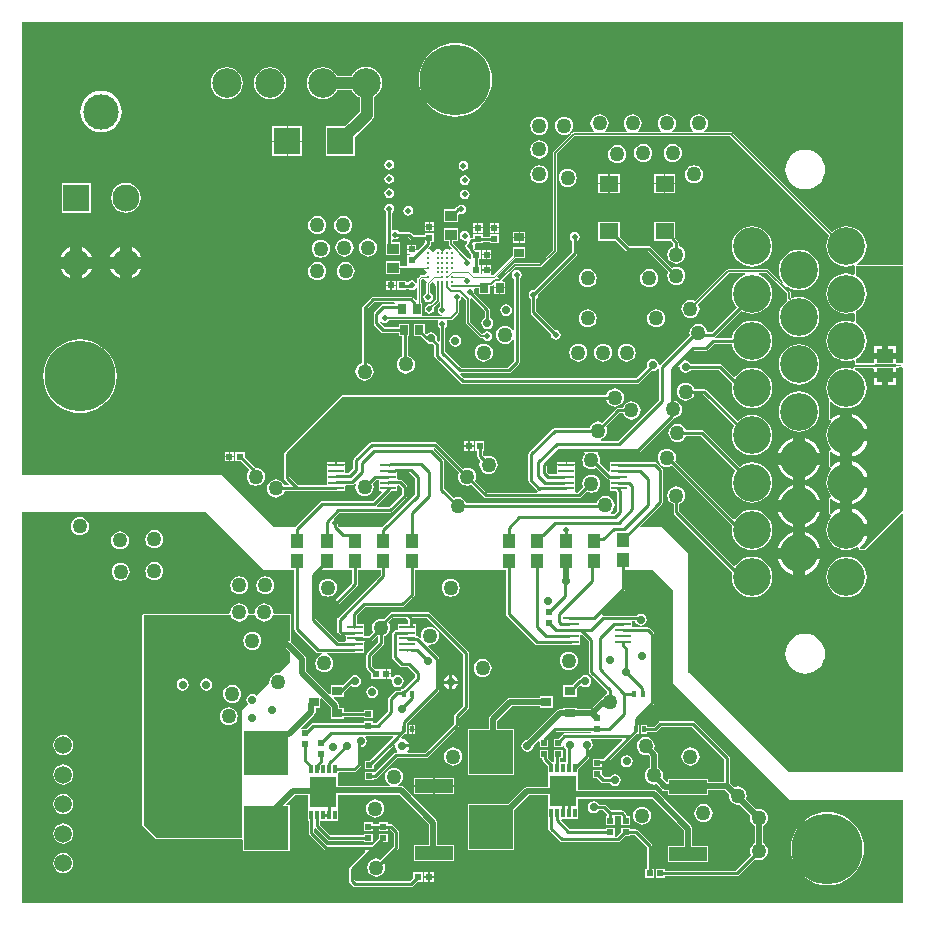
<source format=gbl>
G04*
G04 #@! TF.GenerationSoftware,Altium Limited,Altium Designer,20.2.6 (244)*
G04*
G04 Layer_Physical_Order=4*
G04 Layer_Color=16711680*
%FSLAX43Y43*%
%MOMM*%
G71*
G04*
G04 #@! TF.SameCoordinates,26D22392-77BC-4279-9484-9B9EAB7B2405*
G04*
G04*
G04 #@! TF.FilePolarity,Positive*
G04*
G01*
G75*
%ADD11C,0.254*%
%ADD16C,0.500*%
%ADD21R,0.550X0.500*%
%ADD24R,3.750X3.700*%
%ADD26R,0.600X0.600*%
%ADD27R,0.580X0.580*%
%ADD28R,0.580X0.580*%
%ADD30R,1.328X0.279*%
%ADD31R,0.900X0.800*%
%ADD32R,0.350X0.600*%
%ADD33C,0.500*%
%ADD34R,0.850X0.700*%
%ADD35R,0.700X0.850*%
%ADD38R,3.208X1.155*%
%ADD39R,2.300X2.600*%
%ADD40R,0.300X0.790*%
%ADD41R,1.100X1.250*%
%ADD68C,1.499*%
%ADD70C,0.230*%
%ADD73C,0.108*%
%ADD74C,0.102*%
%ADD75C,0.128*%
%ADD77C,1.000*%
%ADD78R,2.300X2.300*%
%ADD79C,2.300*%
%ADD80C,3.000*%
%ADD81C,3.200*%
%ADD82C,6.000*%
%ADD83C,2.500*%
%ADD84C,1.270*%
%ADD85C,0.700*%
%ADD87R,0.600X0.600*%
%ADD88R,1.000X0.900*%
%ADD89R,1.640X1.400*%
%ADD90R,1.350X1.150*%
%ADD91C,1.016*%
G36*
X74796Y54337D02*
X74796Y54210D01*
X70904D01*
X70873Y54337D01*
X70950Y54378D01*
X71209Y54591D01*
X71422Y54850D01*
X71580Y55146D01*
X71677Y55466D01*
X71710Y55800D01*
X71677Y56134D01*
X71580Y56454D01*
X71422Y56750D01*
X71209Y57009D01*
X70950Y57222D01*
X70654Y57380D01*
X70334Y57477D01*
X70000Y57510D01*
X69666Y57477D01*
X69346Y57380D01*
X69050Y57222D01*
X68791Y57009D01*
X68767Y57008D01*
X60356Y65419D01*
X60301Y65456D01*
X60236Y65469D01*
X58007D01*
X57964Y65596D01*
X58043Y65657D01*
X58166Y65816D01*
X58242Y66001D01*
X58269Y66200D01*
X58242Y66399D01*
X58166Y66584D01*
X58043Y66743D01*
X57884Y66866D01*
X57699Y66942D01*
X57500Y66969D01*
X57301Y66942D01*
X57116Y66866D01*
X56957Y66743D01*
X56834Y66584D01*
X56758Y66399D01*
X56731Y66200D01*
X56758Y66001D01*
X56834Y65816D01*
X56957Y65657D01*
X57036Y65596D01*
X56993Y65469D01*
X55307D01*
X55264Y65596D01*
X55343Y65657D01*
X55466Y65816D01*
X55542Y66001D01*
X55569Y66200D01*
X55542Y66399D01*
X55466Y66584D01*
X55343Y66743D01*
X55184Y66866D01*
X54999Y66942D01*
X54800Y66969D01*
X54601Y66942D01*
X54416Y66866D01*
X54257Y66743D01*
X54134Y66584D01*
X54058Y66399D01*
X54031Y66200D01*
X54058Y66001D01*
X54134Y65816D01*
X54257Y65657D01*
X54336Y65596D01*
X54293Y65469D01*
X52407D01*
X52364Y65596D01*
X52443Y65657D01*
X52566Y65816D01*
X52642Y66001D01*
X52669Y66200D01*
X52642Y66399D01*
X52566Y66584D01*
X52443Y66743D01*
X52284Y66866D01*
X52099Y66942D01*
X51900Y66969D01*
X51701Y66942D01*
X51516Y66866D01*
X51357Y66743D01*
X51234Y66584D01*
X51158Y66399D01*
X51131Y66200D01*
X51158Y66001D01*
X51234Y65816D01*
X51357Y65657D01*
X51436Y65596D01*
X51393Y65469D01*
X49607D01*
X49564Y65596D01*
X49643Y65657D01*
X49766Y65816D01*
X49842Y66001D01*
X49869Y66200D01*
X49842Y66399D01*
X49766Y66584D01*
X49643Y66743D01*
X49484Y66866D01*
X49299Y66942D01*
X49100Y66969D01*
X48901Y66942D01*
X48716Y66866D01*
X48557Y66743D01*
X48434Y66584D01*
X48358Y66399D01*
X48331Y66200D01*
X48358Y66001D01*
X48434Y65816D01*
X48557Y65657D01*
X48636Y65596D01*
X48593Y65469D01*
X46900D01*
X46835Y65456D01*
X46797Y65430D01*
X46781Y65419D01*
X46773Y65417D01*
X46689Y65515D01*
X46766Y65616D01*
X46842Y65801D01*
X46869Y66000D01*
X46842Y66199D01*
X46766Y66384D01*
X46643Y66543D01*
X46484Y66666D01*
X46299Y66742D01*
X46100Y66769D01*
X45901Y66742D01*
X45716Y66666D01*
X45557Y66543D01*
X45434Y66384D01*
X45358Y66199D01*
X45331Y66000D01*
X45358Y65801D01*
X45434Y65616D01*
X45557Y65457D01*
X45716Y65334D01*
X45901Y65258D01*
X46100Y65231D01*
X46299Y65258D01*
X46484Y65334D01*
X46569Y65400D01*
X46621Y65439D01*
X46705Y65343D01*
X45181Y63819D01*
X45144Y63765D01*
X45131Y63700D01*
Y55470D01*
X44030Y54369D01*
X41900D01*
X41835Y54356D01*
X41781Y54319D01*
X40571Y53110D01*
X40498Y53119D01*
X40451Y53251D01*
X41998Y54798D01*
X42827D01*
Y55702D01*
X41773D01*
Y55023D01*
X40109Y53359D01*
X40060D01*
X39952Y53404D01*
X39952Y53486D01*
Y53745D01*
X39560D01*
X39168D01*
X39168Y53537D01*
X39100Y53497D01*
X39032Y53537D01*
Y54187D01*
X38873D01*
Y54708D01*
X39032D01*
Y55492D01*
X38578D01*
X38475Y55595D01*
X38524Y55668D01*
X38555Y55824D01*
X38536Y55921D01*
X38620Y56048D01*
X39192D01*
Y56161D01*
X39808D01*
Y56048D01*
X40592D01*
Y56832D01*
X39808D01*
Y56627D01*
X39192D01*
Y56832D01*
X38408D01*
Y56536D01*
X38286D01*
X38197Y56518D01*
X38087Y56598D01*
X38108Y56700D01*
X38077Y56856D01*
X37988Y56988D01*
X37856Y57077D01*
X37700Y57108D01*
X37544Y57077D01*
X37412Y56988D01*
X37323Y56856D01*
X37292Y56700D01*
X37323Y56544D01*
X37412Y56412D01*
X37544Y56323D01*
X37700Y56292D01*
X37783Y56309D01*
X37892Y56220D01*
X37892Y56134D01*
X37859Y56113D01*
X37771Y55980D01*
X37740Y55824D01*
X37771Y55668D01*
X37859Y55536D01*
X37991Y55447D01*
X38005Y55445D01*
X38008Y55427D01*
X38059Y55351D01*
X38248Y55162D01*
Y54801D01*
X38121Y54733D01*
X38056Y54777D01*
X37939Y54800D01*
X36669Y56070D01*
Y56248D01*
X37102D01*
Y57352D01*
X35898D01*
Y56248D01*
X36331D01*
Y56000D01*
X36344Y55935D01*
X36381Y55881D01*
X36566Y55695D01*
X36524Y55557D01*
X36458Y55544D01*
X36400Y55505D01*
X36342Y55544D01*
X36200Y55572D01*
X36058Y55544D01*
X35937Y55463D01*
X35869Y55362D01*
X35800Y55351D01*
X35731Y55362D01*
X35663Y55463D01*
X35542Y55544D01*
X35400Y55572D01*
X35258Y55544D01*
X35137Y55463D01*
X35069Y55362D01*
X35000Y55351D01*
X34931Y55362D01*
X34863Y55463D01*
X34742Y55544D01*
X34635Y55565D01*
X34589Y55663D01*
X34585Y55695D01*
X34744Y55854D01*
X34794Y55930D01*
X34812Y56019D01*
Y56148D01*
X35092D01*
Y56932D01*
X34308D01*
Y56773D01*
X33357D01*
X33165Y56965D01*
X33089Y57015D01*
X33000Y57033D01*
X32125D01*
X32088Y57088D01*
X31956Y57177D01*
X31800Y57208D01*
X31644Y57177D01*
X31633Y57170D01*
X31506Y57237D01*
Y58657D01*
X31588Y58712D01*
X31677Y58844D01*
X31708Y59000D01*
X31677Y59156D01*
X31588Y59288D01*
X31456Y59377D01*
X31300Y59408D01*
X31144Y59377D01*
X31012Y59288D01*
X30923Y59156D01*
X30892Y59000D01*
X30923Y58844D01*
X31012Y58712D01*
X31040Y58693D01*
Y56156D01*
X30998D01*
Y55053D01*
X32202D01*
Y56156D01*
X31506D01*
Y56363D01*
X31633Y56430D01*
X31644Y56423D01*
X31800Y56392D01*
X31956Y56423D01*
X32088Y56512D01*
X32125Y56567D01*
X32903D01*
X33095Y56375D01*
X33171Y56325D01*
X33260Y56307D01*
X34308D01*
Y56148D01*
X34308Y56148D01*
X34308D01*
X34308Y56148D01*
X34268Y56038D01*
X33709Y55479D01*
X33635Y55509D01*
X33200D01*
X32808D01*
Y55168D01*
X33091D01*
X33159Y55041D01*
X33152Y55032D01*
X32808D01*
Y54248D01*
X32717Y54163D01*
X32202D01*
Y54556D01*
X30998D01*
Y53453D01*
X32202D01*
Y53846D01*
X34264D01*
X34337Y53737D01*
X34438Y53669D01*
X34449Y53600D01*
X34438Y53531D01*
X34337Y53463D01*
X34267Y53359D01*
X34000D01*
X33939Y53347D01*
X33888Y53312D01*
X33713Y53137D01*
X33678Y53086D01*
X33666Y53025D01*
Y52750D01*
X33539Y52712D01*
X33488Y52788D01*
X33356Y52877D01*
X33200Y52908D01*
X33044Y52877D01*
X32912Y52788D01*
X32879Y52739D01*
X32752Y52777D01*
Y52892D01*
X31968D01*
Y52108D01*
X32752D01*
Y52209D01*
X32915D01*
X33044Y52123D01*
X33200Y52092D01*
X33356Y52123D01*
X33488Y52212D01*
X33539Y52288D01*
X33666Y52249D01*
Y51268D01*
X33539Y51215D01*
X33290Y51465D01*
X33214Y51515D01*
X33125Y51533D01*
X29900D01*
X29811Y51515D01*
X29735Y51465D01*
X29035Y50765D01*
X28985Y50689D01*
X28967Y50600D01*
Y45928D01*
X28816Y45866D01*
X28657Y45743D01*
X28534Y45584D01*
X28458Y45399D01*
X28431Y45200D01*
X28458Y45001D01*
X28534Y44816D01*
X28657Y44657D01*
X28816Y44534D01*
X29001Y44458D01*
X29200Y44431D01*
X29399Y44458D01*
X29584Y44534D01*
X29743Y44657D01*
X29866Y44816D01*
X29942Y45001D01*
X29969Y45200D01*
X29942Y45399D01*
X29866Y45584D01*
X29743Y45743D01*
X29584Y45866D01*
X29433Y45928D01*
Y50503D01*
X29997Y51067D01*
X31679D01*
X31786Y50940D01*
X31784Y50933D01*
X30800D01*
X30711Y50915D01*
X30635Y50865D01*
X30035Y50265D01*
X29985Y50189D01*
X29967Y50100D01*
Y49300D01*
X29985Y49211D01*
X30035Y49135D01*
X30635Y48535D01*
X30711Y48485D01*
X30800Y48467D01*
X32098D01*
Y48173D01*
X32392D01*
Y46497D01*
X32316Y46466D01*
X32157Y46343D01*
X32034Y46184D01*
X31958Y45999D01*
X31931Y45800D01*
X31958Y45601D01*
X32034Y45416D01*
X32157Y45257D01*
X32316Y45134D01*
X32501Y45058D01*
X32700Y45031D01*
X32899Y45058D01*
X33084Y45134D01*
X33243Y45257D01*
X33366Y45416D01*
X33442Y45601D01*
X33469Y45800D01*
X33442Y45999D01*
X33366Y46184D01*
X33243Y46343D01*
X33084Y46466D01*
X32899Y46542D01*
X32858Y46548D01*
Y48173D01*
X33002D01*
Y49227D01*
X32098D01*
Y48933D01*
X30897D01*
X30494Y49336D01*
X30498Y49353D01*
X30536Y49373D01*
X30639Y49393D01*
X30744Y49323D01*
X30900Y49292D01*
X31056Y49323D01*
X31188Y49412D01*
X31268Y49531D01*
X35387D01*
X35455Y49404D01*
X35423Y49356D01*
X35392Y49200D01*
X35423Y49044D01*
X35512Y48912D01*
X35567Y48875D01*
Y47787D01*
X35440Y47735D01*
X35325Y47850D01*
X35355Y48000D01*
X35316Y48195D01*
X35205Y48360D01*
X35040Y48471D01*
X34845Y48510D01*
X34650Y48471D01*
X34484Y48360D01*
X34448Y48357D01*
X34302Y48503D01*
Y49227D01*
X33398D01*
Y48173D01*
X33972D01*
X34310Y47835D01*
X34386Y47785D01*
X34388Y47784D01*
X34484Y47640D01*
X34650Y47529D01*
X34845Y47490D01*
X34995Y47520D01*
X35124Y47391D01*
Y46543D01*
X35142Y46453D01*
X35193Y46378D01*
X37335Y44235D01*
X37411Y44185D01*
X37500Y44167D01*
X52300D01*
X52389Y44185D01*
X52465Y44235D01*
X53494Y45264D01*
X53600Y45243D01*
X53795Y45282D01*
X53960Y45393D01*
X54002Y45454D01*
X54129Y45416D01*
Y42773D01*
X50689Y39333D01*
X49218D01*
X49199Y39458D01*
X49384Y39534D01*
X49543Y39657D01*
X49666Y39816D01*
X49742Y40001D01*
X49769Y40200D01*
X49742Y40399D01*
X49680Y40550D01*
X50797Y41667D01*
X51072D01*
X51134Y41516D01*
X51257Y41357D01*
X51416Y41234D01*
X51601Y41158D01*
X51800Y41131D01*
X51999Y41158D01*
X52184Y41234D01*
X52343Y41357D01*
X52466Y41516D01*
X52542Y41701D01*
X52569Y41900D01*
X52542Y42099D01*
X52466Y42284D01*
X52343Y42443D01*
X52184Y42566D01*
X51999Y42642D01*
X51800Y42669D01*
X51601Y42642D01*
X51416Y42566D01*
X51257Y42443D01*
X51134Y42284D01*
X51072Y42133D01*
X50700D01*
X50611Y42115D01*
X50535Y42065D01*
X49350Y40880D01*
X49199Y40942D01*
X49000Y40969D01*
X48801Y40942D01*
X48616Y40866D01*
X48457Y40743D01*
X48334Y40584D01*
X48272Y40433D01*
X45300D01*
X45211Y40415D01*
X45135Y40365D01*
X43135Y38365D01*
X43085Y38289D01*
X43067Y38200D01*
Y36000D01*
X43085Y35911D01*
X43135Y35835D01*
X43851Y35119D01*
X43834Y34978D01*
X43812Y34952D01*
X39578D01*
X38580Y35950D01*
X38642Y36101D01*
X38669Y36300D01*
X38642Y36499D01*
X38566Y36684D01*
X38443Y36843D01*
X38284Y36966D01*
X38099Y37042D01*
X37900Y37069D01*
X37701Y37042D01*
X37550Y36980D01*
X35365Y39165D01*
X35289Y39215D01*
X35200Y39233D01*
X29800D01*
X29711Y39215D01*
X29635Y39165D01*
X28335Y37865D01*
X28285Y37789D01*
X28267Y37700D01*
Y36997D01*
X27853Y36583D01*
X27642D01*
X27552Y36673D01*
X27552Y37042D01*
X27552Y37169D01*
Y37250D01*
X26021D01*
Y37059D01*
X26021Y36932D01*
Y36559D01*
X26021Y36559D01*
Y36541D01*
X26021D01*
X26021Y36432D01*
Y36059D01*
X26021Y36059D01*
Y36041D01*
X26021D01*
X26021Y35932D01*
Y35583D01*
X23547D01*
X22833Y36297D01*
Y38103D01*
X27497Y42767D01*
X49672D01*
X49734Y42616D01*
X49857Y42457D01*
X50016Y42334D01*
X50201Y42258D01*
X50400Y42231D01*
X50599Y42258D01*
X50784Y42334D01*
X50943Y42457D01*
X51066Y42616D01*
X51142Y42801D01*
X51169Y43000D01*
X51142Y43199D01*
X51066Y43384D01*
X50943Y43543D01*
X50784Y43666D01*
X50599Y43742D01*
X50400Y43769D01*
X50201Y43742D01*
X50016Y43666D01*
X49857Y43543D01*
X49734Y43384D01*
X49672Y43233D01*
X27400D01*
X27311Y43215D01*
X27235Y43165D01*
X22435Y38365D01*
X22385Y38289D01*
X22367Y38200D01*
Y36200D01*
X22385Y36111D01*
X22435Y36035D01*
X22770Y35700D01*
X22721Y35583D01*
X22408D01*
X22366Y35684D01*
X22243Y35843D01*
X22084Y35966D01*
X21899Y36042D01*
X21700Y36069D01*
X21501Y36042D01*
X21316Y35966D01*
X21157Y35843D01*
X21034Y35684D01*
X20958Y35499D01*
X20931Y35300D01*
X20958Y35101D01*
X21034Y34916D01*
X21157Y34757D01*
X21316Y34634D01*
X21501Y34558D01*
X21700Y34531D01*
X21899Y34558D01*
X22084Y34634D01*
X22243Y34757D01*
X22366Y34916D01*
X22442Y35101D01*
X22444Y35117D01*
X26021D01*
Y35058D01*
X27552D01*
Y35541D01*
X27651Y35609D01*
X28160D01*
X28250Y35627D01*
X28325Y35677D01*
X28372Y35724D01*
X28480Y35652D01*
X28458Y35599D01*
X28431Y35400D01*
X28458Y35201D01*
X28534Y35016D01*
X28657Y34857D01*
X28816Y34734D01*
X29001Y34658D01*
X29200Y34631D01*
X29399Y34658D01*
X29584Y34734D01*
X29743Y34857D01*
X29866Y35016D01*
X29942Y35201D01*
X29969Y35400D01*
X29942Y35599D01*
X29880Y35750D01*
X30184Y36054D01*
X30326D01*
X30448Y36041D01*
X30448Y35927D01*
Y35558D01*
X30448D01*
Y35541D01*
X30448D01*
Y35058D01*
X30597D01*
X30645Y34941D01*
X29938Y34233D01*
X25600D01*
X25511Y34215D01*
X25435Y34165D01*
X23335Y32065D01*
X23292Y32000D01*
X21500D01*
X17100Y36400D01*
X204D01*
Y74796D01*
X74796D01*
Y54337D01*
D02*
G37*
G36*
X68568Y56730D02*
X68420Y56454D01*
X68323Y56134D01*
X68290Y55800D01*
X68323Y55466D01*
X68420Y55146D01*
X68578Y54850D01*
X68791Y54591D01*
X69050Y54378D01*
X69346Y54220D01*
X69666Y54123D01*
X70000Y54090D01*
X70334Y54123D01*
X70595Y54202D01*
X70690Y54100D01*
Y53502D01*
X70563Y53407D01*
X70334Y53477D01*
X70000Y53510D01*
X69666Y53477D01*
X69346Y53380D01*
X69050Y53222D01*
X68791Y53009D01*
X68578Y52750D01*
X68420Y52454D01*
X68323Y52134D01*
X68290Y51800D01*
X68323Y51466D01*
X68420Y51146D01*
X68578Y50850D01*
X68791Y50591D01*
X69050Y50378D01*
X69346Y50220D01*
X69666Y50123D01*
X70000Y50090D01*
X70334Y50123D01*
X70563Y50193D01*
X70690Y50098D01*
Y49502D01*
X70563Y49407D01*
X70334Y49477D01*
X70000Y49510D01*
X69666Y49477D01*
X69346Y49380D01*
X69050Y49222D01*
X68791Y49009D01*
X68578Y48750D01*
X68420Y48454D01*
X68323Y48134D01*
X68290Y47800D01*
X68323Y47466D01*
X68420Y47146D01*
X68578Y46850D01*
X68791Y46591D01*
X69050Y46378D01*
X69346Y46220D01*
X69666Y46123D01*
X70000Y46090D01*
X70334Y46123D01*
X70563Y46193D01*
X70690Y46098D01*
Y45900D01*
X70722Y45822D01*
X70800Y45790D01*
X72371D01*
X72413Y45808D01*
X72523Y45848D01*
X72523Y45848D01*
X74077D01*
Y45848D01*
X74187Y45808D01*
X74229Y45790D01*
X74658D01*
X74662Y45781D01*
X74579Y45653D01*
X74227Y45647D01*
X74189Y45631D01*
X74151Y45615D01*
X74077Y45552D01*
X72523D01*
X72523Y45552D01*
Y45552D01*
X72396Y45546D01*
X72358Y45584D01*
X72357Y45585D01*
X72357Y45585D01*
X72318Y45600D01*
X72280Y45616D01*
X72279Y45616D01*
X72279Y45616D01*
X70732Y45591D01*
X70705Y45580D01*
X70676Y45575D01*
X70668Y45564D01*
X70654Y45558D01*
X70644Y45531D01*
X70626Y45507D01*
X70621Y45486D01*
X70511Y45423D01*
X70334Y45477D01*
X70000Y45510D01*
X69666Y45477D01*
X69346Y45380D01*
X69050Y45222D01*
X68791Y45009D01*
X68578Y44750D01*
X68420Y44454D01*
X68323Y44134D01*
X68290Y43800D01*
X68323Y43466D01*
X68420Y43146D01*
X68565Y42874D01*
X68564Y42793D01*
X68525Y42714D01*
X68522Y42713D01*
X68515Y42695D01*
X68501Y42682D01*
X68499Y42658D01*
X68490Y42635D01*
Y41212D01*
X68498Y41193D01*
X68497Y41173D01*
X68513Y41156D01*
X68522Y41134D01*
X68541Y41126D01*
X68554Y41112D01*
X68668Y41060D01*
X68702Y41011D01*
X68711Y40992D01*
X68723Y40926D01*
X68578Y40750D01*
X68420Y40454D01*
X68323Y40134D01*
X68290Y39800D01*
X68323Y39466D01*
X68420Y39146D01*
X68578Y38850D01*
X68723Y38674D01*
X68711Y38608D01*
X68702Y38589D01*
X68668Y38540D01*
X68554Y38489D01*
X68541Y38474D01*
X68522Y38466D01*
X68513Y38444D01*
X68497Y38427D01*
X68498Y38407D01*
X68490Y38388D01*
Y37212D01*
X68498Y37193D01*
X68497Y37173D01*
X68513Y37156D01*
X68522Y37134D01*
X68541Y37126D01*
X68554Y37111D01*
X68668Y37060D01*
X68702Y37011D01*
X68711Y36992D01*
X68723Y36926D01*
X68578Y36750D01*
X68420Y36454D01*
X68323Y36134D01*
X68290Y35800D01*
X68323Y35466D01*
X68420Y35146D01*
X68578Y34850D01*
X68723Y34674D01*
X68711Y34608D01*
X68702Y34589D01*
X68668Y34540D01*
X68554Y34488D01*
X68541Y34474D01*
X68522Y34466D01*
X68513Y34444D01*
X68497Y34427D01*
X68498Y34407D01*
X68490Y34388D01*
Y33212D01*
X68498Y33193D01*
X68497Y33173D01*
X68513Y33156D01*
X68522Y33134D01*
X68541Y33126D01*
X68554Y33111D01*
X68668Y33060D01*
X68702Y33011D01*
X68711Y32992D01*
X68723Y32926D01*
X68578Y32750D01*
X68420Y32454D01*
X68323Y32134D01*
X68290Y31800D01*
X68323Y31466D01*
X68420Y31146D01*
X68578Y30850D01*
X68791Y30591D01*
X69050Y30378D01*
X69346Y30220D01*
X69666Y30123D01*
X70000Y30090D01*
X70334Y30123D01*
X70654Y30220D01*
X70902Y30353D01*
X70955Y30336D01*
X71014Y30296D01*
X71028Y30279D01*
X71070Y30163D01*
X71086Y30145D01*
X71095Y30122D01*
X71113Y30115D01*
X71126Y30101D01*
X71150Y30099D01*
X71173Y30090D01*
X71500D01*
X71578Y30122D01*
X74679Y33223D01*
X74796Y33175D01*
Y11300D01*
X65100D01*
X56600Y19800D01*
Y29800D01*
X54400Y32000D01*
X52566D01*
X52517Y32117D01*
X54365Y33965D01*
X54415Y34040D01*
X54433Y34130D01*
Y36900D01*
X54415Y36989D01*
X54365Y37065D01*
X53957Y37473D01*
X53881Y37523D01*
X53792Y37541D01*
X51479D01*
Y37542D01*
X49948D01*
Y37059D01*
X49948D01*
Y37042D01*
X49948D01*
Y36748D01*
X49830Y36699D01*
X49109Y37421D01*
X49142Y37501D01*
X49169Y37700D01*
X49142Y37899D01*
X49066Y38084D01*
X48952Y38232D01*
X48971Y38326D01*
X48983Y38359D01*
X52392D01*
X52481Y38377D01*
X52557Y38427D01*
X55365Y41235D01*
X55368Y41240D01*
X55499Y41258D01*
X55684Y41334D01*
X55843Y41457D01*
X55966Y41616D01*
X56042Y41801D01*
X56069Y42000D01*
X56042Y42199D01*
X55966Y42384D01*
X55843Y42543D01*
X55684Y42666D01*
X55499Y42742D01*
X55433Y42751D01*
Y45303D01*
X55768Y45639D01*
X55840Y45616D01*
X55893Y45584D01*
X55929Y45405D01*
X56040Y45240D01*
X56205Y45129D01*
X56400Y45090D01*
X56595Y45129D01*
X56760Y45240D01*
X56846Y45367D01*
X59203D01*
X60350Y44221D01*
X60323Y44134D01*
X60290Y43800D01*
X60323Y43466D01*
X60420Y43146D01*
X60578Y42850D01*
X60791Y42591D01*
X61050Y42378D01*
X61346Y42220D01*
X61666Y42123D01*
X62000Y42090D01*
X62334Y42123D01*
X62654Y42220D01*
X62950Y42378D01*
X63209Y42591D01*
X63422Y42850D01*
X63580Y43146D01*
X63677Y43466D01*
X63710Y43800D01*
X63677Y44134D01*
X63580Y44454D01*
X63422Y44750D01*
X63209Y45009D01*
X62950Y45222D01*
X62654Y45380D01*
X62334Y45477D01*
X62000Y45510D01*
X61666Y45477D01*
X61346Y45380D01*
X61050Y45222D01*
X60791Y45009D01*
X60615Y44794D01*
X60461Y44768D01*
X59465Y45765D01*
X59389Y45815D01*
X59300Y45833D01*
X56846D01*
X56760Y45960D01*
X56595Y46071D01*
X56416Y46107D01*
X56384Y46160D01*
X56361Y46232D01*
X57097Y46967D01*
X58100D01*
X58189Y46985D01*
X58265Y47035D01*
X58797Y47567D01*
X60313D01*
X60323Y47466D01*
X60420Y47146D01*
X60578Y46850D01*
X60791Y46591D01*
X61050Y46378D01*
X61346Y46220D01*
X61666Y46123D01*
X62000Y46090D01*
X62334Y46123D01*
X62654Y46220D01*
X62950Y46378D01*
X63209Y46591D01*
X63422Y46850D01*
X63580Y47146D01*
X63677Y47466D01*
X63710Y47800D01*
X63677Y48134D01*
X63580Y48454D01*
X63422Y48750D01*
X63209Y49009D01*
X62950Y49222D01*
X62654Y49380D01*
X62334Y49477D01*
X62000Y49510D01*
X61666Y49477D01*
X61346Y49380D01*
X61050Y49222D01*
X60791Y49009D01*
X60578Y48750D01*
X60420Y48454D01*
X60323Y48134D01*
X60313Y48033D01*
X58938D01*
X58917Y48062D01*
X58890Y48160D01*
X61088Y50358D01*
X61346Y50220D01*
X61666Y50123D01*
X62000Y50090D01*
X62334Y50123D01*
X62654Y50220D01*
X62950Y50378D01*
X63209Y50591D01*
X63422Y50850D01*
X63580Y51146D01*
X63677Y51466D01*
X63710Y51800D01*
X63677Y52134D01*
X63580Y52454D01*
X63422Y52750D01*
X63209Y53009D01*
X62950Y53222D01*
X62654Y53380D01*
X62574Y53404D01*
X62593Y53531D01*
X63230D01*
X64931Y51830D01*
Y51391D01*
X64944Y51327D01*
X64981Y51272D01*
X64975Y51160D01*
X64791Y51009D01*
X64578Y50750D01*
X64420Y50454D01*
X64323Y50134D01*
X64290Y49800D01*
X64323Y49466D01*
X64420Y49146D01*
X64578Y48850D01*
X64791Y48591D01*
X65050Y48378D01*
X65346Y48220D01*
X65666Y48123D01*
X66000Y48090D01*
X66334Y48123D01*
X66654Y48220D01*
X66950Y48378D01*
X67209Y48591D01*
X67422Y48850D01*
X67580Y49146D01*
X67677Y49466D01*
X67710Y49800D01*
X67677Y50134D01*
X67580Y50454D01*
X67422Y50750D01*
X67209Y51009D01*
X66950Y51222D01*
X66654Y51380D01*
X66334Y51477D01*
X66000Y51510D01*
X65666Y51477D01*
X65365Y51385D01*
X65269Y51467D01*
Y51900D01*
X65256Y51965D01*
X65219Y52019D01*
X64909Y52330D01*
X64994Y52424D01*
X65050Y52378D01*
X65346Y52220D01*
X65666Y52123D01*
X66000Y52090D01*
X66334Y52123D01*
X66654Y52220D01*
X66950Y52378D01*
X67209Y52591D01*
X67422Y52850D01*
X67580Y53146D01*
X67677Y53466D01*
X67710Y53800D01*
X67677Y54134D01*
X67580Y54454D01*
X67422Y54750D01*
X67209Y55009D01*
X66950Y55222D01*
X66654Y55380D01*
X66334Y55477D01*
X66000Y55510D01*
X65666Y55477D01*
X65346Y55380D01*
X65050Y55222D01*
X64791Y55009D01*
X64578Y54750D01*
X64420Y54454D01*
X64323Y54134D01*
X64290Y53800D01*
X64323Y53466D01*
X64420Y53146D01*
X64578Y52850D01*
X64624Y52794D01*
X64530Y52709D01*
X63419Y53819D01*
X63365Y53856D01*
X63300Y53869D01*
X60000D01*
X59935Y53856D01*
X59881Y53819D01*
X57208Y51147D01*
X57184Y51166D01*
X56999Y51242D01*
X56800Y51269D01*
X56601Y51242D01*
X56416Y51166D01*
X56257Y51043D01*
X56134Y50884D01*
X56058Y50699D01*
X56031Y50500D01*
X56058Y50301D01*
X56134Y50116D01*
X56257Y49957D01*
X56416Y49834D01*
X56601Y49758D01*
X56800Y49731D01*
X56999Y49758D01*
X57184Y49834D01*
X57343Y49957D01*
X57466Y50116D01*
X57542Y50301D01*
X57569Y50500D01*
X57542Y50699D01*
X57466Y50884D01*
X57447Y50908D01*
X60070Y53531D01*
X61408D01*
X61426Y53404D01*
X61346Y53380D01*
X61050Y53222D01*
X60791Y53009D01*
X60578Y52750D01*
X60420Y52454D01*
X60323Y52134D01*
X60290Y51800D01*
X60323Y51466D01*
X60420Y51146D01*
X60578Y50850D01*
X60733Y50662D01*
X58603Y48533D01*
X58229D01*
X58211Y48667D01*
X58134Y48852D01*
X58012Y49011D01*
X57853Y49134D01*
X57668Y49210D01*
X57469Y49237D01*
X57270Y49210D01*
X57084Y49134D01*
X56925Y49011D01*
X56803Y48852D01*
X56726Y48667D01*
X56700Y48468D01*
X56726Y48269D01*
X56730Y48260D01*
X54231Y45761D01*
X54105Y45799D01*
X54100Y45803D01*
X54071Y45948D01*
X53960Y46114D01*
X53795Y46224D01*
X53600Y46263D01*
X53405Y46224D01*
X53240Y46114D01*
X53129Y45948D01*
X53090Y45753D01*
X53129Y45559D01*
X52203Y44633D01*
X37597D01*
X37285Y44944D01*
X37287Y44956D01*
X37342Y45067D01*
X41400D01*
X41489Y45085D01*
X41565Y45135D01*
X42265Y45835D01*
X42315Y45911D01*
X42333Y46000D01*
Y53075D01*
X42388Y53112D01*
X42477Y53244D01*
X42508Y53400D01*
X42477Y53556D01*
X42388Y53688D01*
X42256Y53777D01*
X42100Y53808D01*
X41944Y53777D01*
X41812Y53688D01*
X41723Y53556D01*
X41692Y53400D01*
X41723Y53244D01*
X41812Y53112D01*
X41867Y53075D01*
Y48760D01*
X41740Y48718D01*
X41643Y48843D01*
X41484Y48966D01*
X41299Y49042D01*
X41100Y49069D01*
X40901Y49042D01*
X40716Y48966D01*
X40557Y48843D01*
X40434Y48684D01*
X40358Y48499D01*
X40331Y48300D01*
X40358Y48101D01*
X40434Y47916D01*
X40557Y47757D01*
X40716Y47634D01*
X40901Y47558D01*
X41100Y47531D01*
X41299Y47558D01*
X41484Y47634D01*
X41643Y47757D01*
X41740Y47882D01*
X41867Y47840D01*
Y46097D01*
X41303Y45533D01*
X37397D01*
X36033Y46897D01*
Y48875D01*
X36088Y48912D01*
X36177Y49044D01*
X36208Y49200D01*
X36177Y49356D01*
X36145Y49404D01*
X36213Y49531D01*
X36500D01*
X36565Y49544D01*
X36619Y49581D01*
X37119Y50081D01*
X37156Y50135D01*
X37169Y50200D01*
Y51132D01*
X37288Y51212D01*
X37377Y51344D01*
X37403Y51478D01*
X37470Y51515D01*
X37531Y51530D01*
X37792Y51269D01*
Y49339D01*
X37805Y49274D01*
X37842Y49219D01*
X38981Y48081D01*
X39035Y48044D01*
X39100Y48031D01*
X39232D01*
X39312Y47912D01*
X39444Y47823D01*
X39600Y47792D01*
X39756Y47823D01*
X39888Y47912D01*
X39977Y48044D01*
X40008Y48200D01*
X39977Y48356D01*
X39888Y48488D01*
X39756Y48577D01*
X39600Y48608D01*
X39444Y48577D01*
X39312Y48488D01*
X39272Y48429D01*
X39122Y48417D01*
X38130Y49409D01*
Y51339D01*
X38125Y51366D01*
X38241Y51429D01*
X39367Y50303D01*
Y49746D01*
X39240Y49660D01*
X39129Y49495D01*
X39090Y49300D01*
X39129Y49105D01*
X39240Y48940D01*
X39405Y48829D01*
X39600Y48790D01*
X39795Y48829D01*
X39960Y48940D01*
X40071Y49105D01*
X40110Y49300D01*
X40071Y49495D01*
X39960Y49660D01*
X39833Y49746D01*
Y50400D01*
X39815Y50489D01*
X39765Y50565D01*
X38495Y51835D01*
X38508Y51900D01*
X38477Y52056D01*
X38445Y52104D01*
X38513Y52231D01*
X38898D01*
Y51765D01*
X39802D01*
Y52421D01*
X39886D01*
X39950Y52433D01*
X40005Y52470D01*
X40081Y52546D01*
X40198Y52498D01*
Y52342D01*
X40650D01*
X41102D01*
Y52818D01*
X40923D01*
X40874Y52935D01*
X41970Y54031D01*
X44100D01*
X44165Y54044D01*
X44219Y54081D01*
X45419Y55281D01*
X45456Y55335D01*
X45469Y55400D01*
Y63630D01*
X46970Y65131D01*
X60166D01*
X68568Y56730D01*
D02*
G37*
G36*
X34337Y52937D02*
X34396Y52897D01*
X34401Y52893D01*
X34453Y52761D01*
X34441Y52700D01*
Y51875D01*
X34312Y51788D01*
X34223Y51656D01*
X34192Y51500D01*
X34223Y51344D01*
X34312Y51212D01*
X34444Y51123D01*
X34600Y51092D01*
X34756Y51123D01*
X34888Y51212D01*
X34977Y51344D01*
X35008Y51500D01*
X34977Y51656D01*
X34888Y51788D01*
X34759Y51875D01*
Y52634D01*
X34904Y52780D01*
X35040Y52737D01*
X35056Y52658D01*
X35137Y52537D01*
X35231Y52474D01*
Y51270D01*
X34841Y50880D01*
X34700Y50908D01*
X34544Y50877D01*
X34412Y50788D01*
X34323Y50656D01*
X34292Y50500D01*
X34323Y50344D01*
X34412Y50212D01*
X34544Y50123D01*
X34700Y50092D01*
X34856Y50123D01*
X34988Y50212D01*
X35077Y50344D01*
X35108Y50500D01*
X35080Y50641D01*
X35504Y51065D01*
X35566Y51055D01*
X35631Y51019D01*
Y50768D01*
X35512Y50688D01*
X35423Y50556D01*
X35392Y50400D01*
X35423Y50244D01*
X35512Y50112D01*
X35644Y50023D01*
X35782Y49996D01*
X35769Y49869D01*
X34156D01*
X34102Y49973D01*
Y51027D01*
X33984D01*
Y52959D01*
X34066Y53041D01*
X34267D01*
X34337Y52937D01*
D02*
G37*
G36*
X74796Y45900D02*
X74229D01*
Y46269D01*
X73300D01*
X72371D01*
Y45900D01*
X70800D01*
Y46298D01*
X70950Y46378D01*
X71209Y46591D01*
X71422Y46850D01*
X71580Y47146D01*
X71677Y47466D01*
X71710Y47800D01*
X71677Y48134D01*
X71580Y48454D01*
X71422Y48750D01*
X71209Y49009D01*
X70950Y49222D01*
X70800Y49302D01*
Y50298D01*
X70950Y50378D01*
X71209Y50591D01*
X71422Y50850D01*
X71580Y51146D01*
X71677Y51466D01*
X71710Y51800D01*
X71677Y52134D01*
X71580Y52454D01*
X71422Y52750D01*
X71209Y53009D01*
X70950Y53222D01*
X70800Y53302D01*
Y54100D01*
X74796D01*
Y45900D01*
D02*
G37*
G36*
Y45455D02*
X74796Y33496D01*
X71500Y30200D01*
X71173D01*
X71128Y30327D01*
X71317Y30483D01*
X71549Y30765D01*
X71721Y31087D01*
X71786Y31300D01*
X70000D01*
Y31800D01*
X69500D01*
Y33586D01*
X69287Y33521D01*
X68965Y33349D01*
X68727Y33154D01*
X68600Y33212D01*
Y34388D01*
X68727Y34446D01*
X68965Y34251D01*
X69287Y34079D01*
X69500Y34014D01*
Y35800D01*
Y37586D01*
X69287Y37521D01*
X68965Y37349D01*
X68727Y37154D01*
X68600Y37212D01*
Y38388D01*
X68727Y38446D01*
X68965Y38251D01*
X69287Y38079D01*
X69500Y38014D01*
Y39800D01*
Y41586D01*
X69287Y41521D01*
X68965Y41349D01*
X68727Y41154D01*
X68600Y41212D01*
Y42635D01*
X68720Y42678D01*
X68791Y42591D01*
X69050Y42378D01*
X69346Y42220D01*
X69666Y42123D01*
X70000Y42090D01*
X70334Y42123D01*
X70654Y42220D01*
X70950Y42378D01*
X71209Y42591D01*
X71422Y42850D01*
X71580Y43146D01*
X71677Y43466D01*
X71710Y43800D01*
X71677Y44134D01*
X71580Y44454D01*
X71422Y44750D01*
X71209Y45009D01*
X70950Y45222D01*
X70702Y45354D01*
X70733Y45481D01*
X72280Y45506D01*
X72371Y45417D01*
Y45131D01*
X73300D01*
X74229D01*
Y45537D01*
X74706Y45545D01*
X74796Y45455D01*
D02*
G37*
G36*
X32367Y35303D02*
Y34797D01*
X31295Y33725D01*
X30263D01*
X30229Y33784D01*
X30216Y33852D01*
X31422Y35058D01*
X31979D01*
Y35541D01*
X32038Y35561D01*
X32106Y35564D01*
X32367Y35303D01*
D02*
G37*
G36*
X37220Y36650D02*
X37158Y36499D01*
X37131Y36300D01*
X37158Y36101D01*
X37234Y35916D01*
X37357Y35757D01*
X37516Y35634D01*
X37701Y35558D01*
X37900Y35531D01*
X38099Y35558D01*
X38250Y35620D01*
X39316Y34554D01*
X39392Y34504D01*
X39481Y34486D01*
X47352D01*
X47441Y34504D01*
X47517Y34554D01*
X48005Y35042D01*
X48016Y35034D01*
X48201Y34958D01*
X48400Y34931D01*
X48599Y34958D01*
X48784Y35034D01*
X48943Y35157D01*
X49066Y35316D01*
X49142Y35501D01*
X49169Y35700D01*
X49142Y35899D01*
X49066Y36084D01*
X48943Y36243D01*
X48784Y36366D01*
X48599Y36442D01*
X48400Y36469D01*
X48201Y36442D01*
X48016Y36366D01*
X47857Y36243D01*
X47734Y36084D01*
X47658Y35899D01*
X47631Y35700D01*
X47658Y35501D01*
X47701Y35397D01*
X47256Y34952D01*
X47103D01*
X47052Y35058D01*
X47052Y35079D01*
X47052Y35541D01*
X47052Y35668D01*
X47052Y36041D01*
X47052Y36168D01*
X47052Y36541D01*
X47052Y36668D01*
X47052Y37042D01*
X47052Y37169D01*
Y37250D01*
X45521D01*
Y37059D01*
X45521Y36932D01*
X45521Y36559D01*
X45405Y36533D01*
X44797D01*
X44633Y36697D01*
Y37203D01*
X45789Y38359D01*
X47817D01*
X47829Y38326D01*
X47848Y38232D01*
X47734Y38084D01*
X47658Y37899D01*
X47631Y37700D01*
X47658Y37501D01*
X47734Y37316D01*
X47857Y37157D01*
X48016Y37034D01*
X48201Y36958D01*
X48400Y36931D01*
X48599Y36958D01*
X48784Y37034D01*
X48814Y37057D01*
X49725Y36146D01*
X49800Y36095D01*
X49840Y36087D01*
X49948Y36041D01*
Y35558D01*
X49948D01*
Y35541D01*
X49948D01*
Y35058D01*
X50463D01*
X50468Y35050D01*
X50567Y34951D01*
Y33397D01*
X50325Y33155D01*
X50090D01*
X50046Y33282D01*
X50143Y33357D01*
X50266Y33516D01*
X50342Y33701D01*
X50369Y33900D01*
X50342Y34099D01*
X50266Y34284D01*
X50143Y34443D01*
X49984Y34566D01*
X49799Y34642D01*
X49600Y34669D01*
X49401Y34642D01*
X49216Y34566D01*
X49057Y34443D01*
X48934Y34284D01*
X48858Y34099D01*
X48856Y34083D01*
X37808D01*
X37766Y34184D01*
X37643Y34343D01*
X37484Y34466D01*
X37299Y34542D01*
X37100Y34569D01*
X36901Y34542D01*
X36750Y34480D01*
X35933Y35297D01*
Y37600D01*
X35915Y37689D01*
X35865Y37765D01*
X35047Y38583D01*
X35094Y38716D01*
X35149Y38722D01*
X37220Y36650D01*
D02*
G37*
G36*
X33467Y36203D02*
Y34797D01*
X30670Y32000D01*
X27043D01*
X26933Y32110D01*
Y32400D01*
X26915Y32489D01*
X26865Y32565D01*
X26789Y32615D01*
X26700Y32633D01*
X26609Y32744D01*
X26605Y32776D01*
X27089Y33259D01*
X31392D01*
X31481Y33277D01*
X31557Y33327D01*
X32765Y34535D01*
X32815Y34611D01*
X32833Y34700D01*
Y35400D01*
X32815Y35489D01*
X32765Y35565D01*
X32352Y35977D01*
X32277Y36028D01*
X32188Y36045D01*
X32100D01*
X31979Y36059D01*
X31979Y36172D01*
X31979Y36541D01*
X31982Y36667D01*
X33003D01*
X33467Y36203D01*
D02*
G37*
G36*
X30571Y28001D02*
X26935Y24365D01*
X26885Y24289D01*
X26867Y24200D01*
Y23249D01*
X26885Y23160D01*
X26935Y23084D01*
X27084Y22935D01*
X27160Y22885D01*
X27249Y22867D01*
X27505D01*
X27621Y22841D01*
X27621Y22732D01*
X27621Y22359D01*
X27501Y22341D01*
X26989D01*
X25033Y24297D01*
Y27858D01*
X25575Y28400D01*
X28167D01*
Y27297D01*
X26335Y25465D01*
X26285Y25389D01*
X26267Y25300D01*
X26285Y25211D01*
X26335Y25135D01*
X26411Y25085D01*
X26500Y25067D01*
X26589Y25085D01*
X26665Y25135D01*
X28565Y27035D01*
X28615Y27111D01*
X28633Y27200D01*
Y28400D01*
X30571D01*
Y28001D01*
D02*
G37*
G36*
X22900Y22510D02*
X22773Y22406D01*
X22747Y22411D01*
X22396D01*
X22353Y22453D01*
X22237Y22531D01*
X22100Y22558D01*
X21963Y22531D01*
X21847Y22453D01*
X21769Y22337D01*
X21742Y22200D01*
X21769Y22063D01*
X21847Y21947D01*
X21994Y21799D01*
X22110Y21721D01*
X22247Y21694D01*
X22599D01*
X22900Y21393D01*
Y20600D01*
X21961Y19661D01*
X21900Y19669D01*
X21701Y19642D01*
X21516Y19566D01*
X21357Y19443D01*
X21234Y19284D01*
X21158Y19099D01*
X21131Y18900D01*
X21139Y18839D01*
X20060Y17760D01*
X19895Y17871D01*
X19700Y17910D01*
X19505Y17871D01*
X19340Y17760D01*
X19229Y17595D01*
X19190Y17400D01*
X19229Y17205D01*
X19340Y17040D01*
X18800Y16500D01*
Y5700D01*
X11600D01*
X10500Y6800D01*
Y24600D01*
X17858D01*
X17934Y24416D01*
X18057Y24257D01*
X18216Y24134D01*
X18401Y24058D01*
X18600Y24031D01*
X18799Y24058D01*
X18984Y24134D01*
X19143Y24257D01*
X19266Y24416D01*
X19342Y24600D01*
X19958D01*
X20034Y24416D01*
X20157Y24257D01*
X20316Y24134D01*
X20501Y24058D01*
X20700Y24031D01*
X20899Y24058D01*
X21084Y24134D01*
X21243Y24257D01*
X21366Y24416D01*
X21442Y24600D01*
X22900D01*
Y22510D01*
D02*
G37*
G36*
X37567Y21303D02*
Y16897D01*
X36835Y16165D01*
X36785Y16089D01*
X36767Y16000D01*
Y15360D01*
X34340Y12933D01*
X32857D01*
X32821Y13055D01*
X32835Y13065D01*
X32969Y13264D01*
X32991Y13373D01*
X32400D01*
Y13627D01*
X32991D01*
X32969Y13736D01*
X32835Y13935D01*
X32636Y14069D01*
X32400Y14116D01*
X32338Y14103D01*
X32275Y14220D01*
X32553Y14498D01*
X32811D01*
Y15302D01*
X32767D01*
Y15438D01*
X35465Y18135D01*
X35515Y18211D01*
X35533Y18300D01*
Y20900D01*
X35515Y20989D01*
X35465Y21065D01*
X34568Y21961D01*
X34628Y22082D01*
X34736Y22067D01*
X34935Y22094D01*
X35120Y22170D01*
X35279Y22292D01*
X35402Y22452D01*
X35478Y22637D01*
X35505Y22836D01*
X35478Y23035D01*
X35402Y23220D01*
X35279Y23379D01*
X35120Y23502D01*
X34935Y23578D01*
X34736Y23604D01*
X34537Y23578D01*
X34352Y23502D01*
X34192Y23379D01*
X34070Y23220D01*
X33994Y23035D01*
X33967Y22836D01*
X33982Y22728D01*
X33861Y22668D01*
X33778Y22752D01*
X33702Y22803D01*
X33684Y22806D01*
X33579Y22859D01*
Y23342D01*
X33579D01*
Y23359D01*
X33579D01*
Y23842D01*
X33333D01*
Y24300D01*
X33388Y24367D01*
X34503D01*
X37567Y21303D01*
D02*
G37*
G36*
X20600Y28500D02*
Y28400D01*
X23267D01*
Y23400D01*
X23285Y23311D01*
X23335Y23235D01*
X25135Y21435D01*
X25211Y21385D01*
X25300Y21367D01*
X25582D01*
X25601Y21242D01*
X25416Y21166D01*
X25257Y21043D01*
X25134Y20884D01*
X25058Y20699D01*
X25031Y20500D01*
X25058Y20301D01*
X25134Y20116D01*
X25257Y19957D01*
X25416Y19834D01*
X25601Y19758D01*
X25800Y19731D01*
X25999Y19758D01*
X26184Y19834D01*
X26343Y19957D01*
X26466Y20116D01*
X26542Y20301D01*
X26569Y20500D01*
X26542Y20699D01*
X26466Y20884D01*
X26343Y21043D01*
X26184Y21166D01*
X25999Y21242D01*
X26018Y21367D01*
X27621D01*
Y21358D01*
X29152D01*
Y21841D01*
X29152D01*
Y21858D01*
X29152D01*
X29152Y22341D01*
X29272Y22357D01*
X29690D01*
X29779Y22375D01*
X29855Y22425D01*
X30250Y22820D01*
X30367Y22772D01*
Y22297D01*
X29421Y21351D01*
X29371Y21275D01*
X29353Y21186D01*
Y20154D01*
X29371Y20065D01*
X29421Y19989D01*
X29738Y19672D01*
Y19198D01*
X30531D01*
X30542Y19198D01*
X30658D01*
X30669Y19198D01*
X31009D01*
Y19600D01*
Y20002D01*
X30669D01*
X30658Y20002D01*
X30542D01*
X30531Y20002D01*
X30068D01*
X29819Y20251D01*
Y21089D01*
X30765Y22035D01*
X30815Y22111D01*
X30833Y22200D01*
Y22772D01*
X30984Y22834D01*
X31143Y22957D01*
X31266Y23116D01*
X31342Y23301D01*
X31369Y23500D01*
X31342Y23699D01*
X31266Y23884D01*
X31200Y23970D01*
X31597Y24367D01*
X32703D01*
X32867Y24203D01*
Y23842D01*
X32048D01*
Y23359D01*
X31932Y23333D01*
X31890D01*
X31801Y23316D01*
X31725Y23265D01*
X31576Y23116D01*
X31526Y23041D01*
X31508Y22951D01*
Y21059D01*
X31526Y20970D01*
X31576Y20894D01*
X32235Y20235D01*
X32311Y20185D01*
X32400Y20167D01*
X32903D01*
X33467Y19603D01*
Y19272D01*
X32497Y18302D01*
X32273D01*
Y18180D01*
X31947D01*
X31858Y18162D01*
X31782Y18112D01*
X31282Y17612D01*
X31231Y17536D01*
X31214Y17447D01*
Y16443D01*
X30228Y15458D01*
X29877D01*
Y15577D01*
X29123D01*
Y15458D01*
X24875D01*
X24786Y15440D01*
X24710Y15390D01*
X24247Y14927D01*
X23913D01*
X23861Y15054D01*
X24953Y16146D01*
X25031Y16263D01*
X25058Y16400D01*
Y16698D01*
X25452D01*
Y17476D01*
X25569Y17524D01*
X26342Y16751D01*
Y16400D01*
X26348Y16365D01*
Y15748D01*
X27452D01*
Y15942D01*
X29123D01*
Y15823D01*
X29877D01*
Y16527D01*
X29123D01*
Y16408D01*
X27452D01*
Y16752D01*
X27059D01*
Y16900D01*
X27031Y17037D01*
X26954Y17153D01*
X26576Y17531D01*
X26624Y17648D01*
X27452D01*
Y18072D01*
X28021Y18641D01*
X28040Y18640D01*
X28205Y18529D01*
X28400Y18490D01*
X28595Y18529D01*
X28760Y18640D01*
X28871Y18805D01*
X28910Y19000D01*
X28871Y19195D01*
X28760Y19360D01*
X28595Y19471D01*
X28400Y19510D01*
X28205Y19471D01*
X28040Y19360D01*
X27929Y19195D01*
X27929Y19194D01*
X27885Y19165D01*
X27372Y18652D01*
X26348D01*
Y17924D01*
X26231Y17876D01*
X24258Y19848D01*
Y20900D01*
X24231Y21037D01*
X24153Y21153D01*
X23012Y22295D01*
X22987Y22351D01*
X22978Y22433D01*
X22992Y22467D01*
X23009Y22500D01*
X23008Y22505D01*
X23010Y22510D01*
Y24600D01*
X22978Y24678D01*
X22900Y24710D01*
X21548D01*
X21469Y24800D01*
X21442Y24999D01*
X21366Y25184D01*
X21243Y25343D01*
X21084Y25466D01*
X20899Y25542D01*
X20700Y25569D01*
X20501Y25542D01*
X20316Y25466D01*
X20157Y25343D01*
X20034Y25184D01*
X19958Y24999D01*
X19931Y24800D01*
X19852Y24710D01*
X19448D01*
X19369Y24800D01*
X19342Y24999D01*
X19266Y25184D01*
X19143Y25343D01*
X18984Y25466D01*
X18799Y25542D01*
X18600Y25569D01*
X18401Y25542D01*
X18216Y25466D01*
X18057Y25343D01*
X17934Y25184D01*
X17858Y24999D01*
X17831Y24800D01*
X17752Y24710D01*
X10500D01*
X10422Y24678D01*
X10390Y24600D01*
Y6800D01*
X10422Y6722D01*
X11522Y5622D01*
X11600Y5590D01*
X18796D01*
X18800Y5590D01*
X18923Y5504D01*
Y4573D01*
X22877D01*
Y8477D01*
X22584D01*
X22535Y8594D01*
X23283Y9342D01*
X24448D01*
Y8198D01*
X24448D01*
X24448Y8177D01*
X24448D01*
X24448Y8071D01*
Y7183D01*
X24467D01*
Y6100D01*
X24485Y6011D01*
X24535Y5935D01*
X25735Y4735D01*
X25811Y4685D01*
X25900Y4667D01*
X29221D01*
X29270Y4550D01*
X27935Y3215D01*
X27885Y3139D01*
X27867Y3050D01*
Y2100D01*
X27885Y2011D01*
X27935Y1935D01*
X28235Y1635D01*
X28311Y1585D01*
X28400Y1567D01*
X33140D01*
X33229Y1585D01*
X33305Y1635D01*
X33678Y2008D01*
X34132D01*
Y2792D01*
X33348D01*
Y2338D01*
X33043Y2033D01*
X28497D01*
X28333Y2197D01*
Y2953D01*
X30115Y4735D01*
X30115Y4735D01*
X30753Y5373D01*
X31177D01*
Y6077D01*
X30423D01*
Y5703D01*
X29853Y5133D01*
X25997D01*
X24933Y6197D01*
Y6462D01*
X24962Y6483D01*
X25060Y6510D01*
X26010Y5560D01*
X26086Y5510D01*
X26175Y5492D01*
X29123D01*
Y5373D01*
X29877D01*
Y6077D01*
X29123D01*
Y5958D01*
X26272D01*
X25433Y6797D01*
Y7183D01*
X26952D01*
Y8177D01*
X26952D01*
X26952Y8198D01*
X26952D01*
Y9381D01*
X32113D01*
X34642Y6852D01*
Y5078D01*
X33379D01*
Y3720D01*
X36790D01*
Y5078D01*
X35358D01*
Y7000D01*
X35331Y7137D01*
X35253Y7253D01*
X32514Y9992D01*
X32398Y10070D01*
X32261Y10097D01*
X32086D01*
X32060Y10224D01*
X32084Y10234D01*
X32243Y10357D01*
X32366Y10516D01*
X32442Y10701D01*
X32469Y10900D01*
X32442Y11099D01*
X32366Y11284D01*
X32243Y11443D01*
X32084Y11566D01*
X31899Y11642D01*
X31700Y11669D01*
X31501Y11642D01*
X31316Y11566D01*
X31157Y11443D01*
X31034Y11284D01*
X30958Y11099D01*
X30931Y10900D01*
X30958Y10701D01*
X31034Y10516D01*
X31157Y10357D01*
X31316Y10234D01*
X31340Y10224D01*
X31314Y10097D01*
X26952D01*
Y10896D01*
X26952Y11002D01*
X26952Y11091D01*
X26952Y11197D01*
X27041Y11287D01*
X28320D01*
X28409Y11305D01*
X28485Y11355D01*
X28865Y11735D01*
X28915Y11811D01*
X28933Y11900D01*
Y13402D01*
X29068Y13429D01*
X29233Y13540D01*
X29344Y13705D01*
X29383Y13900D01*
X29344Y14095D01*
X29251Y14234D01*
X29294Y14361D01*
X29933D01*
X29963Y14367D01*
X31596D01*
X31645Y14250D01*
X31248Y13852D01*
X29622Y12227D01*
X29223D01*
Y11523D01*
X29977D01*
Y11922D01*
X31577Y13523D01*
X31577Y13523D01*
X31680Y13625D01*
X31797Y13562D01*
X31784Y13500D01*
X31831Y13264D01*
X31965Y13065D01*
X31979Y13055D01*
X31943Y12933D01*
X31863D01*
X31774Y12915D01*
X31698Y12865D01*
X30104Y11270D01*
X29977Y11277D01*
Y11277D01*
X29223D01*
Y10573D01*
X29977D01*
Y10711D01*
X30107D01*
X30196Y10729D01*
X30272Y10779D01*
X31960Y12467D01*
X34437D01*
X34526Y12485D01*
X34602Y12535D01*
X37165Y15098D01*
X37215Y15174D01*
X37233Y15263D01*
Y15903D01*
X37965Y16635D01*
X38015Y16711D01*
X38033Y16800D01*
Y21400D01*
X38015Y21489D01*
X37965Y21565D01*
X34765Y24765D01*
X34689Y24815D01*
X34600Y24833D01*
X31500D01*
X31411Y24815D01*
X31335Y24765D01*
X30809Y24238D01*
X30799Y24242D01*
X30600Y24269D01*
X30401Y24242D01*
X30216Y24166D01*
X30057Y24043D01*
X29934Y23884D01*
X29858Y23699D01*
X29831Y23500D01*
X29858Y23301D01*
X29920Y23150D01*
X29594Y22823D01*
X29264D01*
X29152Y22859D01*
X29152Y22968D01*
Y23342D01*
X29152D01*
Y23359D01*
X29152D01*
Y23842D01*
X28533D01*
Y24585D01*
X29215Y25267D01*
X32400D01*
X32489Y25285D01*
X32565Y25335D01*
X33373Y26144D01*
X33424Y26219D01*
X33442Y26309D01*
Y28400D01*
X41163D01*
Y24704D01*
X41180Y24615D01*
X41231Y24539D01*
X43635Y22135D01*
X43711Y22085D01*
X43800Y22067D01*
X45921D01*
Y22058D01*
X47452D01*
Y22541D01*
X47452D01*
Y22558D01*
X47452D01*
Y22882D01*
X47579Y22934D01*
X48167Y22347D01*
Y19800D01*
X48185Y19711D01*
X48235Y19635D01*
X49767Y18103D01*
Y17928D01*
X49616Y17866D01*
X49457Y17743D01*
X49334Y17584D01*
X49312Y17531D01*
X49196Y17453D01*
X48351Y16608D01*
X47152D01*
Y16752D01*
X46048D01*
Y16608D01*
X45750D01*
X45613Y16581D01*
X45497Y16503D01*
X43002Y14009D01*
X43000Y14010D01*
X42805Y13971D01*
X42640Y13860D01*
X42529Y13695D01*
X42490Y13500D01*
X42529Y13305D01*
X42640Y13140D01*
X42805Y13029D01*
X43000Y12990D01*
X43195Y13029D01*
X43360Y13140D01*
X43471Y13305D01*
X43510Y13500D01*
X43509Y13502D01*
X43906Y13899D01*
X44023Y13850D01*
Y13423D01*
X44777D01*
Y14047D01*
X45422Y14692D01*
X48406D01*
X48407Y14688D01*
X48284Y14564D01*
X46131D01*
X46042Y14546D01*
X45966Y14496D01*
X45597Y14127D01*
X45223D01*
Y13423D01*
X45977D01*
Y13520D01*
X46104Y13533D01*
X46129Y13405D01*
X46240Y13240D01*
X46267Y13221D01*
Y12117D01*
X45733D01*
Y12473D01*
X45977D01*
Y13177D01*
X45223D01*
Y12473D01*
X45267D01*
Y12117D01*
X45078D01*
X44827Y12367D01*
X44777Y12473D01*
Y13177D01*
X44023D01*
Y12473D01*
X44265D01*
Y12367D01*
X44283Y12278D01*
X44333Y12202D01*
X44744Y11791D01*
Y11643D01*
X44748Y11620D01*
Y11229D01*
X44748Y11102D01*
X44748Y10996D01*
Y10058D01*
X43000D01*
X42863Y10031D01*
X42747Y9953D01*
X41370Y8577D01*
X37923D01*
Y4673D01*
X41877D01*
Y8070D01*
X43149Y9342D01*
X44748D01*
Y8298D01*
X44748D01*
X44748Y8277D01*
X44748D01*
Y7283D01*
X44767D01*
Y6500D01*
X44785Y6411D01*
X44835Y6335D01*
X45741Y5429D01*
X45817Y5379D01*
X45906Y5361D01*
X50644D01*
X50733Y5379D01*
X50809Y5429D01*
X51253Y5873D01*
X51677D01*
Y5967D01*
X52103D01*
X53107Y4963D01*
Y3092D01*
X52948D01*
Y2308D01*
X53732D01*
Y3092D01*
X53573D01*
Y5060D01*
X53555Y5149D01*
X53505Y5225D01*
X52365Y6365D01*
X52289Y6415D01*
X52200Y6433D01*
X51677D01*
Y6577D01*
X50923D01*
Y6203D01*
X50547Y5827D01*
X50484D01*
X50377Y5873D01*
Y6577D01*
X49623D01*
Y6458D01*
X46568D01*
X45860Y7166D01*
X45908Y7283D01*
X47252D01*
Y8277D01*
X47252D01*
X47252Y8298D01*
X47252D01*
Y9042D01*
X53552D01*
X56242Y6352D01*
Y5028D01*
X54894D01*
Y3670D01*
X58306D01*
Y5028D01*
X56958D01*
Y6500D01*
X56931Y6637D01*
X56853Y6753D01*
X53953Y9653D01*
X53837Y9731D01*
X53700Y9758D01*
X47252D01*
Y10996D01*
X47252Y11102D01*
X47252Y11229D01*
Y11542D01*
X48165Y12455D01*
X48215Y12531D01*
X48233Y12620D01*
Y13154D01*
X48360Y13240D01*
X48471Y13405D01*
X48510Y13600D01*
X48471Y13795D01*
X48360Y13960D01*
X48345Y13971D01*
X48383Y14098D01*
X50977D01*
X51026Y13981D01*
X49459Y12414D01*
X49277D01*
Y12427D01*
X48523D01*
Y11723D01*
X49277D01*
Y11948D01*
X49556D01*
X49645Y11966D01*
X49721Y12016D01*
X51871Y14166D01*
X52203Y14498D01*
X52427D01*
Y15302D01*
X52383D01*
Y15653D01*
X53665Y16935D01*
X53715Y17011D01*
X53733Y17100D01*
Y23000D01*
X53733Y23000D01*
X53733Y23000D01*
X53724Y23044D01*
X53715Y23089D01*
X53715Y23089D01*
X53715Y23089D01*
X53684Y23137D01*
X53665Y23165D01*
X53665Y23165D01*
X53665Y23165D01*
X53365Y23465D01*
X53318Y23496D01*
X53289Y23515D01*
X53289Y23515D01*
X53289Y23515D01*
X53244Y23524D01*
X53200Y23533D01*
X51995D01*
X51879Y23559D01*
Y24042D01*
X51995Y24068D01*
X52117D01*
X52129Y24005D01*
X52240Y23840D01*
X52405Y23729D01*
X52600Y23690D01*
X52795Y23729D01*
X52960Y23840D01*
X53071Y24005D01*
X53110Y24200D01*
X53071Y24395D01*
X52960Y24560D01*
X52795Y24671D01*
X52600Y24710D01*
X52405Y24671D01*
X52240Y24560D01*
X52222Y24534D01*
X51879D01*
Y24542D01*
X50348D01*
Y24534D01*
X49401D01*
X49307Y24645D01*
X49304Y24675D01*
X51210Y26581D01*
X51261Y26656D01*
X51279Y26745D01*
Y28400D01*
X53600D01*
X55300Y26700D01*
X55300D01*
Y18800D01*
X65200Y8900D01*
Y8900D01*
X74796D01*
Y204D01*
X204D01*
Y33300D01*
X15800D01*
X20600Y28500D01*
D02*
G37*
%LPC*%
G36*
X29330Y71014D02*
X28977Y70968D01*
X28648Y70831D01*
X28366Y70615D01*
X28149Y70332D01*
X28114Y70247D01*
X26865D01*
X26851Y70282D01*
X26634Y70564D01*
X26352Y70781D01*
X26023Y70917D01*
X25670Y70963D01*
X25317Y70917D01*
X24988Y70781D01*
X24706Y70564D01*
X24489Y70282D01*
X24353Y69953D01*
X24307Y69600D01*
X24353Y69247D01*
X24489Y68918D01*
X24706Y68636D01*
X24988Y68419D01*
X25317Y68283D01*
X25670Y68237D01*
X26023Y68283D01*
X26352Y68419D01*
X26634Y68636D01*
X26851Y68918D01*
X26886Y69004D01*
X28135D01*
X28149Y68969D01*
X28366Y68687D01*
X28648Y68470D01*
X28778Y68416D01*
Y67207D01*
X27523Y65952D01*
X25898D01*
Y63448D01*
X28402D01*
Y65073D01*
X29840Y66510D01*
X29974Y66712D01*
X30022Y66950D01*
Y68478D01*
X30294Y68687D01*
X30511Y68969D01*
X30647Y69298D01*
X30693Y69651D01*
X30647Y70004D01*
X30511Y70332D01*
X30294Y70615D01*
X30012Y70831D01*
X29683Y70968D01*
X29330Y71014D01*
D02*
G37*
G36*
X21200Y70963D02*
X20847Y70917D01*
X20518Y70781D01*
X20236Y70564D01*
X20019Y70282D01*
X19883Y69953D01*
X19837Y69600D01*
X19883Y69247D01*
X20019Y68918D01*
X20236Y68636D01*
X20518Y68419D01*
X20847Y68283D01*
X21200Y68237D01*
X21553Y68283D01*
X21882Y68419D01*
X22164Y68636D01*
X22381Y68918D01*
X22517Y69247D01*
X22563Y69600D01*
X22517Y69953D01*
X22381Y70282D01*
X22164Y70564D01*
X21882Y70781D01*
X21553Y70917D01*
X21200Y70963D01*
D02*
G37*
G36*
X17540D02*
X17187Y70917D01*
X16858Y70781D01*
X16576Y70564D01*
X16359Y70282D01*
X16223Y69953D01*
X16177Y69600D01*
X16223Y69247D01*
X16359Y68918D01*
X16576Y68636D01*
X16858Y68419D01*
X17187Y68283D01*
X17540Y68237D01*
X17893Y68283D01*
X18222Y68419D01*
X18504Y68636D01*
X18721Y68918D01*
X18857Y69247D01*
X18903Y69600D01*
X18857Y69953D01*
X18721Y70282D01*
X18504Y70564D01*
X18222Y70781D01*
X17893Y70917D01*
X17540Y70963D01*
D02*
G37*
G36*
X36900Y73011D02*
X36413Y72973D01*
X35939Y72859D01*
X35488Y72672D01*
X35071Y72417D01*
X34700Y72100D01*
X34383Y71729D01*
X34128Y71312D01*
X33941Y70861D01*
X33827Y70387D01*
X33789Y69900D01*
X33827Y69413D01*
X33941Y68939D01*
X34128Y68488D01*
X34383Y68071D01*
X34700Y67700D01*
X35071Y67383D01*
X35488Y67128D01*
X35939Y66941D01*
X36413Y66827D01*
X36900Y66789D01*
X37387Y66827D01*
X37861Y66941D01*
X38312Y67128D01*
X38729Y67383D01*
X39100Y67700D01*
X39417Y68071D01*
X39672Y68488D01*
X39859Y68939D01*
X39973Y69413D01*
X40011Y69900D01*
X39973Y70387D01*
X39859Y70861D01*
X39672Y71312D01*
X39417Y71729D01*
X39100Y72100D01*
X38729Y72417D01*
X38312Y72672D01*
X37861Y72859D01*
X37387Y72973D01*
X36900Y73011D01*
D02*
G37*
G36*
X6900Y68958D02*
X6557Y68925D01*
X6227Y68825D01*
X5923Y68662D01*
X5657Y68443D01*
X5438Y68177D01*
X5275Y67873D01*
X5175Y67543D01*
X5142Y67200D01*
X5175Y66857D01*
X5275Y66527D01*
X5438Y66223D01*
X5657Y65957D01*
X5923Y65738D01*
X6227Y65575D01*
X6557Y65475D01*
X6900Y65442D01*
X7243Y65475D01*
X7573Y65575D01*
X7877Y65738D01*
X8143Y65957D01*
X8362Y66223D01*
X8525Y66527D01*
X8625Y66857D01*
X8658Y67200D01*
X8625Y67543D01*
X8525Y67873D01*
X8362Y68177D01*
X8143Y68443D01*
X7877Y68662D01*
X7573Y68825D01*
X7243Y68925D01*
X6900Y68958D01*
D02*
G37*
G36*
X44000Y66769D02*
X43801Y66742D01*
X43616Y66666D01*
X43457Y66543D01*
X43334Y66384D01*
X43258Y66199D01*
X43231Y66000D01*
X43258Y65801D01*
X43334Y65616D01*
X43457Y65457D01*
X43616Y65334D01*
X43801Y65258D01*
X44000Y65231D01*
X44199Y65258D01*
X44384Y65334D01*
X44543Y65457D01*
X44666Y65616D01*
X44742Y65801D01*
X44769Y66000D01*
X44742Y66199D01*
X44666Y66384D01*
X44543Y66543D01*
X44384Y66666D01*
X44199Y66742D01*
X44000Y66769D01*
D02*
G37*
G36*
X23902Y65952D02*
X22701D01*
Y64751D01*
X23902D01*
Y65952D01*
D02*
G37*
G36*
X22599D02*
X21398D01*
Y64751D01*
X22599D01*
Y65952D01*
D02*
G37*
G36*
X23902Y64649D02*
X22701D01*
Y63448D01*
X23902D01*
Y64649D01*
D02*
G37*
G36*
X22599D02*
X21398D01*
Y63448D01*
X22599D01*
Y64649D01*
D02*
G37*
G36*
X44000Y64769D02*
X43801Y64742D01*
X43616Y64666D01*
X43457Y64543D01*
X43334Y64384D01*
X43258Y64199D01*
X43231Y64000D01*
X43258Y63801D01*
X43334Y63616D01*
X43457Y63457D01*
X43616Y63334D01*
X43801Y63258D01*
X44000Y63231D01*
X44199Y63258D01*
X44384Y63334D01*
X44543Y63457D01*
X44666Y63616D01*
X44742Y63801D01*
X44769Y64000D01*
X44742Y64199D01*
X44666Y64384D01*
X44543Y64543D01*
X44384Y64666D01*
X44199Y64742D01*
X44000Y64769D01*
D02*
G37*
G36*
X31300Y63108D02*
X31144Y63077D01*
X31012Y62988D01*
X30923Y62856D01*
X30892Y62700D01*
X30923Y62544D01*
X31012Y62412D01*
X31144Y62323D01*
X31300Y62292D01*
X31456Y62323D01*
X31588Y62412D01*
X31677Y62544D01*
X31708Y62700D01*
X31677Y62856D01*
X31588Y62988D01*
X31456Y63077D01*
X31300Y63108D01*
D02*
G37*
G36*
X37573Y63035D02*
X37417Y63004D01*
X37285Y62915D01*
X37196Y62783D01*
X37165Y62627D01*
X37196Y62471D01*
X37285Y62339D01*
X37417Y62250D01*
X37573Y62219D01*
X37729Y62250D01*
X37861Y62339D01*
X37950Y62471D01*
X37981Y62627D01*
X37950Y62783D01*
X37861Y62915D01*
X37729Y63004D01*
X37573Y63035D01*
D02*
G37*
G36*
X44000Y62669D02*
X43801Y62642D01*
X43616Y62566D01*
X43457Y62443D01*
X43334Y62284D01*
X43258Y62099D01*
X43231Y61900D01*
X43258Y61701D01*
X43334Y61516D01*
X43457Y61357D01*
X43616Y61234D01*
X43801Y61158D01*
X44000Y61131D01*
X44199Y61158D01*
X44384Y61234D01*
X44543Y61357D01*
X44666Y61516D01*
X44742Y61701D01*
X44769Y61900D01*
X44742Y62099D01*
X44666Y62284D01*
X44543Y62443D01*
X44384Y62566D01*
X44199Y62642D01*
X44000Y62669D01*
D02*
G37*
G36*
X31300Y61908D02*
X31144Y61877D01*
X31012Y61788D01*
X30923Y61656D01*
X30892Y61500D01*
X30923Y61344D01*
X31012Y61212D01*
X31144Y61123D01*
X31300Y61092D01*
X31456Y61123D01*
X31588Y61212D01*
X31677Y61344D01*
X31708Y61500D01*
X31677Y61656D01*
X31588Y61788D01*
X31456Y61877D01*
X31300Y61908D01*
D02*
G37*
G36*
X37700Y61808D02*
X37544Y61777D01*
X37412Y61688D01*
X37323Y61556D01*
X37292Y61400D01*
X37323Y61244D01*
X37412Y61112D01*
X37544Y61023D01*
X37700Y60992D01*
X37856Y61023D01*
X37988Y61112D01*
X38077Y61244D01*
X38108Y61400D01*
X38077Y61556D01*
X37988Y61688D01*
X37856Y61777D01*
X37700Y61808D01*
D02*
G37*
G36*
X66500Y63983D02*
X66172Y63951D01*
X65856Y63855D01*
X65565Y63699D01*
X65310Y63490D01*
X65101Y63235D01*
X64945Y62944D01*
X64849Y62628D01*
X64817Y62300D01*
X64849Y61972D01*
X64945Y61656D01*
X65101Y61365D01*
X65310Y61110D01*
X65565Y60901D01*
X65856Y60745D01*
X66172Y60649D01*
X66500Y60617D01*
X66828Y60649D01*
X67144Y60745D01*
X67435Y60901D01*
X67690Y61110D01*
X67899Y61365D01*
X68055Y61656D01*
X68151Y61972D01*
X68183Y62300D01*
X68151Y62628D01*
X68055Y62944D01*
X67899Y63235D01*
X67690Y63490D01*
X67435Y63699D01*
X67144Y63855D01*
X66828Y63951D01*
X66500Y63983D01*
D02*
G37*
G36*
X31300Y60708D02*
X31144Y60677D01*
X31012Y60588D01*
X30923Y60456D01*
X30892Y60300D01*
X30923Y60144D01*
X31012Y60012D01*
X31144Y59923D01*
X31300Y59892D01*
X31456Y59923D01*
X31588Y60012D01*
X31677Y60144D01*
X31708Y60300D01*
X31677Y60456D01*
X31588Y60588D01*
X31456Y60677D01*
X31300Y60708D01*
D02*
G37*
G36*
X37700Y60608D02*
X37544Y60577D01*
X37412Y60488D01*
X37323Y60356D01*
X37292Y60200D01*
X37323Y60044D01*
X37412Y59912D01*
X37544Y59823D01*
X37700Y59792D01*
X37856Y59823D01*
X37988Y59912D01*
X38077Y60044D01*
X38108Y60200D01*
X38077Y60356D01*
X37988Y60488D01*
X37856Y60577D01*
X37700Y60608D01*
D02*
G37*
G36*
X6052Y61152D02*
X3548D01*
Y58648D01*
X6052D01*
Y61152D01*
D02*
G37*
G36*
X9000Y61162D02*
X8673Y61119D01*
X8369Y60993D01*
X8107Y60793D01*
X7907Y60531D01*
X7781Y60227D01*
X7738Y59900D01*
X7781Y59573D01*
X7907Y59269D01*
X8107Y59007D01*
X8369Y58807D01*
X8673Y58681D01*
X9000Y58638D01*
X9327Y58681D01*
X9631Y58807D01*
X9893Y59007D01*
X10093Y59269D01*
X10219Y59573D01*
X10262Y59900D01*
X10219Y60227D01*
X10093Y60531D01*
X9893Y60793D01*
X9631Y60993D01*
X9327Y61119D01*
X9000Y61162D01*
D02*
G37*
G36*
X37403Y59333D02*
X37247Y59302D01*
X37115Y59214D01*
X37071Y59147D01*
X37036Y59141D01*
X36960Y59090D01*
X36822Y58952D01*
X35898D01*
Y57848D01*
X37102D01*
Y58493D01*
X37229Y58561D01*
X37247Y58548D01*
X37403Y58517D01*
X37559Y58548D01*
X37692Y58637D01*
X37780Y58769D01*
X37811Y58925D01*
X37780Y59081D01*
X37692Y59214D01*
X37559Y59302D01*
X37403Y59333D01*
D02*
G37*
G36*
X32900Y59208D02*
X32744Y59177D01*
X32612Y59088D01*
X32523Y58956D01*
X32492Y58800D01*
X32523Y58644D01*
X32612Y58512D01*
X32744Y58423D01*
X32900Y58392D01*
X33056Y58423D01*
X33188Y58512D01*
X33277Y58644D01*
X33308Y58800D01*
X33277Y58956D01*
X33188Y59088D01*
X33056Y59177D01*
X32900Y59208D01*
D02*
G37*
G36*
X35092Y57852D02*
X34751D01*
Y57511D01*
X35092D01*
Y57852D01*
D02*
G37*
G36*
X34649D02*
X34308D01*
Y57511D01*
X34649D01*
Y57852D01*
D02*
G37*
G36*
X40592Y57752D02*
X40251D01*
Y57411D01*
X40592D01*
Y57752D01*
D02*
G37*
G36*
X39192D02*
X38851D01*
Y57411D01*
X39192D01*
Y57752D01*
D02*
G37*
G36*
X40149D02*
X39808D01*
Y57411D01*
X40149D01*
Y57752D01*
D02*
G37*
G36*
X38749D02*
X38408D01*
Y57411D01*
X38749D01*
Y57752D01*
D02*
G37*
G36*
X35092Y57409D02*
X34751D01*
Y57068D01*
X35092D01*
Y57409D01*
D02*
G37*
G36*
X34649D02*
X34308D01*
Y57068D01*
X34649D01*
Y57409D01*
D02*
G37*
G36*
X40592Y57309D02*
X40251D01*
Y56968D01*
X40592D01*
Y57309D01*
D02*
G37*
G36*
X40149D02*
X39808D01*
Y56968D01*
X40149D01*
Y57309D01*
D02*
G37*
G36*
X39192D02*
X38851D01*
Y56968D01*
X39192D01*
Y57309D01*
D02*
G37*
G36*
X38749D02*
X38408D01*
Y56968D01*
X38749D01*
Y57309D01*
D02*
G37*
G36*
X27400Y58369D02*
X27201Y58342D01*
X27016Y58266D01*
X26857Y58143D01*
X26734Y57984D01*
X26658Y57799D01*
X26631Y57600D01*
X26658Y57401D01*
X26734Y57216D01*
X26857Y57057D01*
X27016Y56934D01*
X27201Y56858D01*
X27400Y56831D01*
X27599Y56858D01*
X27784Y56934D01*
X27943Y57057D01*
X28066Y57216D01*
X28142Y57401D01*
X28169Y57600D01*
X28142Y57799D01*
X28066Y57984D01*
X27943Y58143D01*
X27784Y58266D01*
X27599Y58342D01*
X27400Y58369D01*
D02*
G37*
G36*
X25200D02*
X25001Y58342D01*
X24816Y58266D01*
X24657Y58143D01*
X24534Y57984D01*
X24458Y57799D01*
X24431Y57600D01*
X24458Y57401D01*
X24534Y57216D01*
X24657Y57057D01*
X24816Y56934D01*
X25001Y56858D01*
X25200Y56831D01*
X25399Y56858D01*
X25584Y56934D01*
X25743Y57057D01*
X25866Y57216D01*
X25942Y57401D01*
X25969Y57600D01*
X25942Y57799D01*
X25866Y57984D01*
X25743Y58143D01*
X25584Y58266D01*
X25399Y58342D01*
X25200Y58369D01*
D02*
G37*
G36*
X42827Y57002D02*
X42351D01*
Y56601D01*
X42827D01*
Y57002D01*
D02*
G37*
G36*
X42249D02*
X41773D01*
Y56601D01*
X42249D01*
Y57002D01*
D02*
G37*
G36*
X42827Y56499D02*
X42351D01*
Y56098D01*
X42827D01*
Y56499D01*
D02*
G37*
G36*
X42249D02*
X41773D01*
Y56098D01*
X42249D01*
Y56499D01*
D02*
G37*
G36*
X33592Y55952D02*
X33251D01*
Y55611D01*
X33592D01*
Y55952D01*
D02*
G37*
G36*
X33149D02*
X32808D01*
Y55611D01*
X33149D01*
Y55952D01*
D02*
G37*
G36*
X39952Y55492D02*
X39611D01*
Y55151D01*
X39952D01*
Y55492D01*
D02*
G37*
G36*
X39509D02*
X39168D01*
Y55151D01*
X39509D01*
Y55492D01*
D02*
G37*
G36*
X29500Y56469D02*
X29301Y56442D01*
X29116Y56366D01*
X28957Y56243D01*
X28834Y56084D01*
X28758Y55899D01*
X28731Y55700D01*
X28758Y55501D01*
X28834Y55316D01*
X28957Y55157D01*
X29116Y55034D01*
X29301Y54958D01*
X29500Y54931D01*
X29699Y54958D01*
X29884Y55034D01*
X30043Y55157D01*
X30166Y55316D01*
X30242Y55501D01*
X30269Y55700D01*
X30242Y55899D01*
X30166Y56084D01*
X30043Y56243D01*
X29884Y56366D01*
X29699Y56442D01*
X29500Y56469D01*
D02*
G37*
G36*
X27500D02*
X27301Y56442D01*
X27116Y56366D01*
X26957Y56243D01*
X26834Y56084D01*
X26758Y55899D01*
X26731Y55700D01*
X26758Y55501D01*
X26834Y55316D01*
X26957Y55157D01*
X27116Y55034D01*
X27301Y54958D01*
X27500Y54931D01*
X27699Y54958D01*
X27884Y55034D01*
X28043Y55157D01*
X28166Y55316D01*
X28242Y55501D01*
X28269Y55700D01*
X28242Y55899D01*
X28166Y56084D01*
X28043Y56243D01*
X27884Y56366D01*
X27699Y56442D01*
X27500Y56469D01*
D02*
G37*
G36*
X9500Y55713D02*
Y54900D01*
X10313D01*
X10226Y55108D01*
X10001Y55401D01*
X9708Y55626D01*
X9500Y55713D01*
D02*
G37*
G36*
X5300D02*
Y54900D01*
X6113D01*
X6026Y55108D01*
X5801Y55401D01*
X5508Y55626D01*
X5300Y55713D01*
D02*
G37*
G36*
X8500D02*
X8292Y55626D01*
X7999Y55401D01*
X7774Y55108D01*
X7687Y54900D01*
X8500D01*
Y55713D01*
D02*
G37*
G36*
X4300D02*
X4092Y55626D01*
X3799Y55401D01*
X3574Y55108D01*
X3487Y54900D01*
X4300D01*
Y55713D01*
D02*
G37*
G36*
X25500Y56369D02*
X25301Y56342D01*
X25116Y56266D01*
X24957Y56143D01*
X24834Y55984D01*
X24758Y55799D01*
X24731Y55600D01*
X24758Y55401D01*
X24834Y55216D01*
X24957Y55057D01*
X25116Y54934D01*
X25301Y54858D01*
X25500Y54831D01*
X25699Y54858D01*
X25884Y54934D01*
X26043Y55057D01*
X26166Y55216D01*
X26242Y55401D01*
X26269Y55600D01*
X26242Y55799D01*
X26166Y55984D01*
X26043Y56143D01*
X25884Y56266D01*
X25699Y56342D01*
X25500Y56369D01*
D02*
G37*
G36*
X39952Y55049D02*
X39611D01*
Y54708D01*
X39952D01*
Y55049D01*
D02*
G37*
G36*
X39509D02*
X39168D01*
Y54708D01*
X39509D01*
Y55049D01*
D02*
G37*
G36*
X39952Y54187D02*
X39611D01*
Y53847D01*
X39952D01*
Y54187D01*
D02*
G37*
G36*
X39509D02*
X39168D01*
Y53847D01*
X39509D01*
Y54187D01*
D02*
G37*
G36*
X10313Y53900D02*
X9500D01*
Y53087D01*
X9708Y53174D01*
X10001Y53399D01*
X10226Y53692D01*
X10313Y53900D01*
D02*
G37*
G36*
X6113D02*
X5300D01*
Y53087D01*
X5508Y53174D01*
X5801Y53399D01*
X6026Y53692D01*
X6113Y53900D01*
D02*
G37*
G36*
X8500D02*
X7687D01*
X7774Y53692D01*
X7999Y53399D01*
X8292Y53174D01*
X8500Y53087D01*
Y53900D01*
D02*
G37*
G36*
X4300D02*
X3487D01*
X3574Y53692D01*
X3799Y53399D01*
X4092Y53174D01*
X4300Y53087D01*
Y53900D01*
D02*
G37*
G36*
X27600Y54469D02*
X27401Y54442D01*
X27216Y54366D01*
X27057Y54243D01*
X26934Y54084D01*
X26858Y53899D01*
X26831Y53700D01*
X26858Y53501D01*
X26934Y53316D01*
X27057Y53157D01*
X27216Y53034D01*
X27401Y52958D01*
X27600Y52931D01*
X27799Y52958D01*
X27984Y53034D01*
X28143Y53157D01*
X28266Y53316D01*
X28342Y53501D01*
X28369Y53700D01*
X28342Y53899D01*
X28266Y54084D01*
X28143Y54243D01*
X27984Y54366D01*
X27799Y54442D01*
X27600Y54469D01*
D02*
G37*
G36*
X25200D02*
X25001Y54442D01*
X24816Y54366D01*
X24657Y54243D01*
X24534Y54084D01*
X24458Y53899D01*
X24431Y53700D01*
X24458Y53501D01*
X24534Y53316D01*
X24657Y53157D01*
X24816Y53034D01*
X25001Y52958D01*
X25200Y52931D01*
X25399Y52958D01*
X25584Y53034D01*
X25743Y53157D01*
X25866Y53316D01*
X25942Y53501D01*
X25969Y53700D01*
X25942Y53899D01*
X25866Y54084D01*
X25743Y54243D01*
X25584Y54366D01*
X25399Y54442D01*
X25200Y54469D01*
D02*
G37*
G36*
X31832Y52892D02*
X31491D01*
Y52551D01*
X31832D01*
Y52892D01*
D02*
G37*
G36*
X31389D02*
X31048D01*
Y52551D01*
X31389D01*
Y52892D01*
D02*
G37*
G36*
X31832Y52449D02*
X31491D01*
Y52108D01*
X31832D01*
Y52449D01*
D02*
G37*
G36*
X31389D02*
X31048D01*
Y52108D01*
X31389D01*
Y52449D01*
D02*
G37*
G36*
X5100Y47911D02*
X4613Y47873D01*
X4139Y47759D01*
X3688Y47572D01*
X3271Y47317D01*
X2900Y47000D01*
X2583Y46629D01*
X2328Y46212D01*
X2141Y45761D01*
X2027Y45287D01*
X1989Y44800D01*
X2027Y44313D01*
X2141Y43839D01*
X2328Y43388D01*
X2583Y42971D01*
X2900Y42600D01*
X3271Y42283D01*
X3688Y42028D01*
X4139Y41841D01*
X4613Y41727D01*
X5100Y41689D01*
X5587Y41727D01*
X6061Y41841D01*
X6512Y42028D01*
X6929Y42283D01*
X7300Y42600D01*
X7617Y42971D01*
X7872Y43388D01*
X8059Y43839D01*
X8173Y44313D01*
X8211Y44800D01*
X8173Y45287D01*
X8059Y45761D01*
X7872Y46212D01*
X7617Y46629D01*
X7300Y47000D01*
X6929Y47317D01*
X6512Y47572D01*
X6061Y47759D01*
X5587Y47873D01*
X5100Y47911D01*
D02*
G37*
G36*
X38432Y39292D02*
X38091D01*
Y38951D01*
X38432D01*
Y39292D01*
D02*
G37*
G36*
X37989D02*
X37648D01*
Y38951D01*
X37989D01*
Y39292D01*
D02*
G37*
G36*
X38432Y38849D02*
X38091D01*
Y38508D01*
X38432D01*
Y38849D01*
D02*
G37*
G36*
X37989D02*
X37648D01*
Y38508D01*
X37989D01*
Y38849D01*
D02*
G37*
G36*
X18132Y38392D02*
X17791D01*
Y38051D01*
X18132D01*
Y38392D01*
D02*
G37*
G36*
X17689D02*
X17348D01*
Y38051D01*
X17689D01*
Y38392D01*
D02*
G37*
G36*
X18132Y37949D02*
X17791D01*
Y37608D01*
X18132D01*
Y37949D01*
D02*
G37*
G36*
X17689D02*
X17348D01*
Y37608D01*
X17689D01*
Y37949D01*
D02*
G37*
G36*
X27552Y37542D02*
X26837D01*
Y37352D01*
X27552D01*
Y37542D01*
D02*
G37*
G36*
X26736D02*
X26021D01*
Y37352D01*
X26736D01*
Y37542D01*
D02*
G37*
G36*
X39352Y39292D02*
X38568D01*
Y38508D01*
X38750D01*
Y38017D01*
X38768Y37927D01*
X38819Y37852D01*
X39020Y37650D01*
X38958Y37499D01*
X38931Y37300D01*
X38958Y37101D01*
X39034Y36916D01*
X39157Y36757D01*
X39316Y36634D01*
X39501Y36558D01*
X39700Y36531D01*
X39899Y36558D01*
X40084Y36634D01*
X40243Y36757D01*
X40366Y36916D01*
X40442Y37101D01*
X40469Y37300D01*
X40442Y37499D01*
X40366Y37684D01*
X40243Y37843D01*
X40084Y37966D01*
X39899Y38042D01*
X39700Y38069D01*
X39501Y38042D01*
X39350Y37980D01*
X39216Y38113D01*
Y38508D01*
X39352D01*
Y39292D01*
D02*
G37*
G36*
X19052Y38392D02*
X18268D01*
Y37608D01*
X18722D01*
X19458Y36872D01*
X19457Y36843D01*
X19334Y36684D01*
X19258Y36499D01*
X19231Y36300D01*
X19258Y36101D01*
X19334Y35916D01*
X19457Y35757D01*
X19616Y35634D01*
X19801Y35558D01*
X20000Y35531D01*
X20199Y35558D01*
X20384Y35634D01*
X20543Y35757D01*
X20666Y35916D01*
X20742Y36101D01*
X20769Y36300D01*
X20742Y36499D01*
X20666Y36684D01*
X20543Y36843D01*
X20384Y36966D01*
X20199Y37042D01*
X20000Y37069D01*
X19930Y37059D01*
X19052Y37938D01*
Y38392D01*
D02*
G37*
G36*
X55300Y64469D02*
X55101Y64442D01*
X54916Y64366D01*
X54757Y64243D01*
X54634Y64084D01*
X54558Y63899D01*
X54531Y63700D01*
X54558Y63501D01*
X54634Y63316D01*
X54757Y63157D01*
X54916Y63034D01*
X55101Y62958D01*
X55300Y62931D01*
X55499Y62958D01*
X55684Y63034D01*
X55843Y63157D01*
X55966Y63316D01*
X56042Y63501D01*
X56069Y63700D01*
X56042Y63899D01*
X55966Y64084D01*
X55843Y64243D01*
X55684Y64366D01*
X55499Y64442D01*
X55300Y64469D01*
D02*
G37*
G36*
X52800D02*
X52601Y64442D01*
X52416Y64366D01*
X52257Y64243D01*
X52134Y64084D01*
X52058Y63899D01*
X52031Y63700D01*
X52058Y63501D01*
X52134Y63316D01*
X52257Y63157D01*
X52416Y63034D01*
X52601Y62958D01*
X52800Y62931D01*
X52999Y62958D01*
X53184Y63034D01*
X53343Y63157D01*
X53466Y63316D01*
X53542Y63501D01*
X53569Y63700D01*
X53542Y63899D01*
X53466Y64084D01*
X53343Y64243D01*
X53184Y64366D01*
X52999Y64442D01*
X52800Y64469D01*
D02*
G37*
G36*
X50600Y64369D02*
X50401Y64342D01*
X50216Y64266D01*
X50057Y64143D01*
X49934Y63984D01*
X49858Y63799D01*
X49831Y63600D01*
X49858Y63401D01*
X49934Y63216D01*
X50057Y63057D01*
X50216Y62934D01*
X50401Y62858D01*
X50600Y62831D01*
X50799Y62858D01*
X50984Y62934D01*
X51143Y63057D01*
X51266Y63216D01*
X51342Y63401D01*
X51369Y63600D01*
X51342Y63799D01*
X51266Y63984D01*
X51143Y64143D01*
X50984Y64266D01*
X50799Y64342D01*
X50600Y64369D01*
D02*
G37*
G36*
X55522Y61917D02*
X54651D01*
Y61166D01*
X55522D01*
Y61917D01*
D02*
G37*
G36*
X50822D02*
X49951D01*
Y61166D01*
X50822D01*
Y61917D01*
D02*
G37*
G36*
X54549D02*
X53678D01*
Y61166D01*
X54549D01*
Y61917D01*
D02*
G37*
G36*
X49849D02*
X48978D01*
Y61166D01*
X49849D01*
Y61917D01*
D02*
G37*
G36*
X57100Y62669D02*
X56901Y62642D01*
X56716Y62566D01*
X56557Y62443D01*
X56434Y62284D01*
X56358Y62099D01*
X56331Y61900D01*
X56358Y61701D01*
X56434Y61516D01*
X56557Y61357D01*
X56716Y61234D01*
X56901Y61158D01*
X57100Y61131D01*
X57299Y61158D01*
X57484Y61234D01*
X57643Y61357D01*
X57766Y61516D01*
X57842Y61701D01*
X57869Y61900D01*
X57842Y62099D01*
X57766Y62284D01*
X57643Y62443D01*
X57484Y62566D01*
X57299Y62642D01*
X57100Y62669D01*
D02*
G37*
G36*
X46400Y62369D02*
X46201Y62342D01*
X46016Y62266D01*
X45857Y62143D01*
X45734Y61984D01*
X45658Y61799D01*
X45631Y61600D01*
X45658Y61401D01*
X45734Y61216D01*
X45857Y61057D01*
X46016Y60934D01*
X46201Y60858D01*
X46400Y60831D01*
X46599Y60858D01*
X46784Y60934D01*
X46943Y61057D01*
X47066Y61216D01*
X47142Y61401D01*
X47169Y61600D01*
X47142Y61799D01*
X47066Y61984D01*
X46943Y62143D01*
X46784Y62266D01*
X46599Y62342D01*
X46400Y62369D01*
D02*
G37*
G36*
X55522Y61064D02*
X54651D01*
Y60313D01*
X55522D01*
Y61064D01*
D02*
G37*
G36*
X54549D02*
X53678D01*
Y60313D01*
X54549D01*
Y61064D01*
D02*
G37*
G36*
X50822D02*
X49951D01*
Y60313D01*
X50822D01*
Y61064D01*
D02*
G37*
G36*
X49849D02*
X48978D01*
Y60313D01*
X49849D01*
Y61064D01*
D02*
G37*
G36*
X55522Y57887D02*
X53678D01*
Y56283D01*
X55091D01*
X55128Y56227D01*
X55336Y56019D01*
Y55815D01*
X55216Y55766D01*
X55057Y55643D01*
X54934Y55484D01*
X54858Y55299D01*
X54831Y55100D01*
X54858Y54901D01*
X54934Y54716D01*
X55057Y54557D01*
X55216Y54434D01*
X55401Y54358D01*
X55600Y54331D01*
X55799Y54358D01*
X55984Y54434D01*
X56143Y54557D01*
X56266Y54716D01*
X56342Y54901D01*
X56369Y55100D01*
X56342Y55299D01*
X56266Y55484D01*
X56143Y55643D01*
X55984Y55766D01*
X55802Y55841D01*
Y56116D01*
X55784Y56205D01*
X55734Y56281D01*
X55526Y56489D01*
Y56512D01*
X55522Y56535D01*
Y57887D01*
D02*
G37*
G36*
X62000Y57510D02*
X61666Y57477D01*
X61346Y57380D01*
X61050Y57222D01*
X60791Y57009D01*
X60578Y56750D01*
X60420Y56454D01*
X60323Y56134D01*
X60290Y55800D01*
X60323Y55466D01*
X60420Y55146D01*
X60578Y54850D01*
X60791Y54591D01*
X61050Y54378D01*
X61346Y54220D01*
X61666Y54123D01*
X62000Y54090D01*
X62334Y54123D01*
X62654Y54220D01*
X62950Y54378D01*
X63209Y54591D01*
X63422Y54850D01*
X63580Y55146D01*
X63677Y55466D01*
X63710Y55800D01*
X63677Y56134D01*
X63580Y56454D01*
X63422Y56750D01*
X63209Y57009D01*
X62950Y57222D01*
X62654Y57380D01*
X62334Y57477D01*
X62000Y57510D01*
D02*
G37*
G36*
X50822Y57887D02*
X48978D01*
Y56283D01*
X50492D01*
X51340Y55435D01*
X51416Y55385D01*
X51505Y55367D01*
X53203D01*
X54920Y53650D01*
X54858Y53499D01*
X54831Y53300D01*
X54858Y53101D01*
X54934Y52916D01*
X55057Y52757D01*
X55216Y52634D01*
X55401Y52558D01*
X55600Y52531D01*
X55799Y52558D01*
X55984Y52634D01*
X56143Y52757D01*
X56266Y52916D01*
X56342Y53101D01*
X56369Y53300D01*
X56342Y53499D01*
X56266Y53684D01*
X56143Y53843D01*
X55984Y53966D01*
X55799Y54042D01*
X55600Y54069D01*
X55401Y54042D01*
X55250Y53980D01*
X53465Y55765D01*
X53389Y55815D01*
X53300Y55833D01*
X51602D01*
X50822Y56613D01*
Y57887D01*
D02*
G37*
G36*
X53300Y53869D02*
X53101Y53842D01*
X52916Y53766D01*
X52757Y53643D01*
X52634Y53484D01*
X52558Y53299D01*
X52531Y53100D01*
X52558Y52901D01*
X52634Y52716D01*
X52757Y52557D01*
X52916Y52434D01*
X53101Y52358D01*
X53300Y52331D01*
X53499Y52358D01*
X53684Y52434D01*
X53843Y52557D01*
X53966Y52716D01*
X54042Y52901D01*
X54069Y53100D01*
X54042Y53299D01*
X53966Y53484D01*
X53843Y53643D01*
X53684Y53766D01*
X53499Y53842D01*
X53300Y53869D01*
D02*
G37*
G36*
X48100D02*
X47901Y53842D01*
X47716Y53766D01*
X47557Y53643D01*
X47434Y53484D01*
X47358Y53299D01*
X47331Y53100D01*
X47358Y52901D01*
X47434Y52716D01*
X47557Y52557D01*
X47716Y52434D01*
X47901Y52358D01*
X48100Y52331D01*
X48299Y52358D01*
X48484Y52434D01*
X48643Y52557D01*
X48766Y52716D01*
X48842Y52901D01*
X48869Y53100D01*
X48842Y53299D01*
X48766Y53484D01*
X48643Y53643D01*
X48484Y53766D01*
X48299Y53842D01*
X48100Y53869D01*
D02*
G37*
G36*
X47000Y57008D02*
X46844Y56977D01*
X46712Y56888D01*
X46623Y56756D01*
X46592Y56600D01*
X46623Y56444D01*
X46712Y56312D01*
X46767Y56275D01*
Y55297D01*
X43565Y52095D01*
X43500Y52108D01*
X43344Y52077D01*
X43212Y51988D01*
X43123Y51856D01*
X43092Y51700D01*
X43123Y51544D01*
X43212Y51412D01*
X43267Y51375D01*
Y50200D01*
X43285Y50111D01*
X43335Y50035D01*
X45005Y48365D01*
X44992Y48300D01*
X45023Y48144D01*
X45112Y48012D01*
X45244Y47923D01*
X45400Y47892D01*
X45556Y47923D01*
X45688Y48012D01*
X45777Y48144D01*
X45808Y48300D01*
X45777Y48456D01*
X45688Y48588D01*
X45556Y48677D01*
X45400Y48708D01*
X45335Y48695D01*
X43733Y50297D01*
Y51375D01*
X43788Y51412D01*
X43877Y51544D01*
X43908Y51700D01*
X43895Y51765D01*
X47165Y55035D01*
X47215Y55111D01*
X47233Y55200D01*
Y56275D01*
X47288Y56312D01*
X47377Y56444D01*
X47408Y56600D01*
X47377Y56756D01*
X47288Y56888D01*
X47156Y56977D01*
X47000Y57008D01*
D02*
G37*
G36*
X41102Y52241D02*
X40701D01*
Y51765D01*
X41102D01*
Y52241D01*
D02*
G37*
G36*
X40599D02*
X40198D01*
Y51765D01*
X40599D01*
Y52241D01*
D02*
G37*
G36*
X41200Y50910D02*
X41005Y50871D01*
X40840Y50760D01*
X40729Y50595D01*
X40690Y50400D01*
X40729Y50205D01*
X40840Y50040D01*
X41005Y49929D01*
X41200Y49890D01*
X41395Y49929D01*
X41560Y50040D01*
X41671Y50205D01*
X41710Y50400D01*
X41671Y50595D01*
X41560Y50760D01*
X41395Y50871D01*
X41200Y50910D01*
D02*
G37*
G36*
X53900Y50469D02*
X53701Y50442D01*
X53516Y50366D01*
X53357Y50243D01*
X53234Y50084D01*
X53158Y49899D01*
X53131Y49700D01*
X53158Y49501D01*
X53234Y49316D01*
X53357Y49157D01*
X53516Y49034D01*
X53701Y48958D01*
X53900Y48931D01*
X54099Y48958D01*
X54284Y49034D01*
X54443Y49157D01*
X54566Y49316D01*
X54642Y49501D01*
X54669Y49700D01*
X54642Y49899D01*
X54566Y50084D01*
X54443Y50243D01*
X54284Y50366D01*
X54099Y50442D01*
X53900Y50469D01*
D02*
G37*
G36*
X48100D02*
X47901Y50442D01*
X47716Y50366D01*
X47557Y50243D01*
X47434Y50084D01*
X47358Y49899D01*
X47331Y49700D01*
X47358Y49501D01*
X47434Y49316D01*
X47557Y49157D01*
X47716Y49034D01*
X47901Y48958D01*
X48100Y48931D01*
X48299Y48958D01*
X48484Y49034D01*
X48643Y49157D01*
X48766Y49316D01*
X48842Y49501D01*
X48869Y49700D01*
X48842Y49899D01*
X48766Y50084D01*
X48643Y50243D01*
X48484Y50366D01*
X48299Y50442D01*
X48100Y50469D01*
D02*
G37*
G36*
X36900Y48310D02*
X36705Y48271D01*
X36540Y48160D01*
X36429Y47995D01*
X36390Y47800D01*
X36429Y47605D01*
X36540Y47440D01*
X36705Y47329D01*
X36900Y47290D01*
X37095Y47329D01*
X37260Y47440D01*
X37371Y47605D01*
X37410Y47800D01*
X37371Y47995D01*
X37260Y48160D01*
X37095Y48271D01*
X36900Y48310D01*
D02*
G37*
G36*
X51400Y47569D02*
X51201Y47542D01*
X51016Y47466D01*
X50857Y47343D01*
X50734Y47184D01*
X50658Y46999D01*
X50631Y46800D01*
X50658Y46601D01*
X50734Y46416D01*
X50857Y46257D01*
X51016Y46134D01*
X51201Y46058D01*
X51400Y46031D01*
X51599Y46058D01*
X51784Y46134D01*
X51943Y46257D01*
X52066Y46416D01*
X52142Y46601D01*
X52169Y46800D01*
X52142Y46999D01*
X52066Y47184D01*
X51943Y47343D01*
X51784Y47466D01*
X51599Y47542D01*
X51400Y47569D01*
D02*
G37*
G36*
X49400D02*
X49201Y47542D01*
X49016Y47466D01*
X48857Y47343D01*
X48734Y47184D01*
X48658Y46999D01*
X48631Y46800D01*
X48658Y46601D01*
X48734Y46416D01*
X48857Y46257D01*
X49016Y46134D01*
X49201Y46058D01*
X49400Y46031D01*
X49599Y46058D01*
X49784Y46134D01*
X49943Y46257D01*
X50066Y46416D01*
X50142Y46601D01*
X50169Y46800D01*
X50142Y46999D01*
X50066Y47184D01*
X49943Y47343D01*
X49784Y47466D01*
X49599Y47542D01*
X49400Y47569D01*
D02*
G37*
G36*
X47300D02*
X47101Y47542D01*
X46916Y47466D01*
X46757Y47343D01*
X46634Y47184D01*
X46558Y46999D01*
X46531Y46800D01*
X46558Y46601D01*
X46634Y46416D01*
X46757Y46257D01*
X46916Y46134D01*
X47101Y46058D01*
X47300Y46031D01*
X47499Y46058D01*
X47684Y46134D01*
X47843Y46257D01*
X47966Y46416D01*
X48042Y46601D01*
X48069Y46800D01*
X48042Y46999D01*
X47966Y47184D01*
X47843Y47343D01*
X47684Y47466D01*
X47499Y47542D01*
X47300Y47569D01*
D02*
G37*
G36*
X39300D02*
X39101Y47542D01*
X38916Y47466D01*
X38757Y47343D01*
X38634Y47184D01*
X38558Y46999D01*
X38531Y46800D01*
X38558Y46601D01*
X38634Y46416D01*
X38757Y46257D01*
X38916Y46134D01*
X39101Y46058D01*
X39300Y46031D01*
X39499Y46058D01*
X39684Y46134D01*
X39843Y46257D01*
X39966Y46416D01*
X40042Y46601D01*
X40069Y46800D01*
X40042Y46999D01*
X39966Y47184D01*
X39843Y47343D01*
X39684Y47466D01*
X39499Y47542D01*
X39300Y47569D01*
D02*
G37*
G36*
X66000Y47510D02*
X65666Y47477D01*
X65346Y47380D01*
X65050Y47222D01*
X64791Y47009D01*
X64578Y46750D01*
X64420Y46454D01*
X64323Y46134D01*
X64290Y45800D01*
X64323Y45466D01*
X64420Y45146D01*
X64578Y44850D01*
X64791Y44591D01*
X65050Y44378D01*
X65346Y44220D01*
X65666Y44123D01*
X66000Y44090D01*
X66334Y44123D01*
X66654Y44220D01*
X66950Y44378D01*
X67209Y44591D01*
X67422Y44850D01*
X67580Y45146D01*
X67677Y45466D01*
X67710Y45800D01*
X67677Y46134D01*
X67580Y46454D01*
X67422Y46750D01*
X67209Y47009D01*
X66950Y47222D01*
X66654Y47380D01*
X66334Y47477D01*
X66000Y47510D01*
D02*
G37*
G36*
Y43510D02*
X65666Y43477D01*
X65346Y43380D01*
X65050Y43222D01*
X64791Y43009D01*
X64578Y42750D01*
X64420Y42454D01*
X64323Y42134D01*
X64290Y41800D01*
X64323Y41466D01*
X64420Y41146D01*
X64578Y40850D01*
X64791Y40591D01*
X65050Y40378D01*
X65346Y40220D01*
X65666Y40123D01*
X66000Y40090D01*
X66334Y40123D01*
X66654Y40220D01*
X66950Y40378D01*
X67209Y40591D01*
X67422Y40850D01*
X67580Y41146D01*
X67677Y41466D01*
X67710Y41800D01*
X67677Y42134D01*
X67580Y42454D01*
X67422Y42750D01*
X67209Y43009D01*
X66950Y43222D01*
X66654Y43380D01*
X66334Y43477D01*
X66000Y43510D01*
D02*
G37*
G36*
X66500Y39586D02*
Y38300D01*
X67786D01*
X67721Y38513D01*
X67549Y38835D01*
X67317Y39117D01*
X67035Y39349D01*
X66713Y39521D01*
X66500Y39586D01*
D02*
G37*
G36*
X65500D02*
X65287Y39521D01*
X64965Y39349D01*
X64683Y39117D01*
X64451Y38835D01*
X64279Y38513D01*
X64214Y38300D01*
X65500D01*
Y39586D01*
D02*
G37*
G36*
X56400Y44269D02*
X56201Y44242D01*
X56016Y44166D01*
X55857Y44043D01*
X55734Y43884D01*
X55658Y43699D01*
X55631Y43500D01*
X55658Y43301D01*
X55734Y43116D01*
X55857Y42957D01*
X56016Y42834D01*
X56201Y42758D01*
X56400Y42731D01*
X56599Y42758D01*
X56784Y42834D01*
X56943Y42957D01*
X57066Y43116D01*
X57128Y43267D01*
X57875D01*
X60513Y40628D01*
X60420Y40454D01*
X60323Y40134D01*
X60290Y39800D01*
X60323Y39466D01*
X60420Y39146D01*
X60578Y38850D01*
X60791Y38591D01*
X61050Y38378D01*
X61346Y38220D01*
X61666Y38123D01*
X62000Y38090D01*
X62334Y38123D01*
X62654Y38220D01*
X62950Y38378D01*
X63209Y38591D01*
X63422Y38850D01*
X63580Y39146D01*
X63677Y39466D01*
X63710Y39800D01*
X63677Y40134D01*
X63580Y40454D01*
X63422Y40750D01*
X63209Y41009D01*
X62950Y41222D01*
X62654Y41380D01*
X62334Y41477D01*
X62000Y41510D01*
X61666Y41477D01*
X61346Y41380D01*
X61050Y41222D01*
X60792Y41010D01*
X58136Y43665D01*
X58061Y43715D01*
X57971Y43733D01*
X57128D01*
X57066Y43884D01*
X56943Y44043D01*
X56784Y44166D01*
X56599Y44242D01*
X56400Y44269D01*
D02*
G37*
G36*
X67786Y37300D02*
X66500D01*
Y36014D01*
X66713Y36079D01*
X67035Y36251D01*
X67317Y36483D01*
X67549Y36765D01*
X67721Y37087D01*
X67786Y37300D01*
D02*
G37*
G36*
X65500D02*
X64214D01*
X64279Y37087D01*
X64451Y36765D01*
X64683Y36483D01*
X64965Y36251D01*
X65287Y36079D01*
X65500Y36014D01*
Y37300D01*
D02*
G37*
G36*
X66500Y35586D02*
Y34300D01*
X67786D01*
X67721Y34513D01*
X67549Y34835D01*
X67317Y35117D01*
X67035Y35349D01*
X66713Y35521D01*
X66500Y35586D01*
D02*
G37*
G36*
X65500D02*
X65287Y35521D01*
X64965Y35349D01*
X64683Y35117D01*
X64451Y34835D01*
X64279Y34513D01*
X64214Y34300D01*
X65500D01*
Y35586D01*
D02*
G37*
G36*
X55700Y40769D02*
X55501Y40742D01*
X55316Y40666D01*
X55157Y40543D01*
X55034Y40384D01*
X54958Y40199D01*
X54931Y40000D01*
X54958Y39801D01*
X55034Y39616D01*
X55157Y39457D01*
X55316Y39334D01*
X55501Y39258D01*
X55700Y39231D01*
X55899Y39258D01*
X56084Y39334D01*
X56243Y39457D01*
X56366Y39616D01*
X56428Y39767D01*
X57678D01*
X60631Y36814D01*
X60578Y36750D01*
X60420Y36454D01*
X60323Y36134D01*
X60290Y35800D01*
X60323Y35466D01*
X60420Y35146D01*
X60578Y34850D01*
X60791Y34591D01*
X61050Y34378D01*
X61346Y34220D01*
X61666Y34123D01*
X62000Y34090D01*
X62334Y34123D01*
X62654Y34220D01*
X62950Y34378D01*
X63209Y34591D01*
X63422Y34850D01*
X63580Y35146D01*
X63677Y35466D01*
X63710Y35800D01*
X63677Y36134D01*
X63580Y36454D01*
X63422Y36750D01*
X63209Y37009D01*
X62950Y37222D01*
X62654Y37380D01*
X62334Y37477D01*
X62000Y37510D01*
X61666Y37477D01*
X61346Y37380D01*
X61050Y37222D01*
X60958Y37146D01*
X57940Y40165D01*
X57864Y40215D01*
X57775Y40233D01*
X56428D01*
X56366Y40384D01*
X56243Y40543D01*
X56084Y40666D01*
X55899Y40742D01*
X55700Y40769D01*
D02*
G37*
G36*
X67786Y33300D02*
X66500D01*
Y32014D01*
X66713Y32079D01*
X67035Y32251D01*
X67317Y32483D01*
X67549Y32765D01*
X67721Y33087D01*
X67786Y33300D01*
D02*
G37*
G36*
X65500D02*
X64214D01*
X64279Y33087D01*
X64451Y32765D01*
X64683Y32483D01*
X64965Y32251D01*
X65287Y32079D01*
X65500Y32014D01*
Y33300D01*
D02*
G37*
G36*
X66500Y31586D02*
Y30300D01*
X67786D01*
X67721Y30513D01*
X67549Y30835D01*
X67317Y31117D01*
X67035Y31349D01*
X66713Y31521D01*
X66500Y31586D01*
D02*
G37*
G36*
X65500D02*
X65287Y31521D01*
X64965Y31349D01*
X64683Y31117D01*
X64451Y30835D01*
X64279Y30513D01*
X64214Y30300D01*
X65500D01*
Y31586D01*
D02*
G37*
G36*
X54800Y38669D02*
X54601Y38642D01*
X54416Y38566D01*
X54257Y38443D01*
X54134Y38284D01*
X54058Y38099D01*
X54031Y37900D01*
X54058Y37701D01*
X54134Y37516D01*
X54257Y37357D01*
X54416Y37234D01*
X54601Y37158D01*
X54800Y37131D01*
X54999Y37158D01*
X55184Y37234D01*
X55214Y37257D01*
X60326Y32144D01*
X60323Y32134D01*
X60290Y31800D01*
X60323Y31466D01*
X60420Y31146D01*
X60578Y30850D01*
X60791Y30591D01*
X61050Y30378D01*
X61346Y30220D01*
X61666Y30123D01*
X62000Y30090D01*
X62334Y30123D01*
X62654Y30220D01*
X62950Y30378D01*
X63209Y30591D01*
X63422Y30850D01*
X63580Y31146D01*
X63677Y31466D01*
X63710Y31800D01*
X63677Y32134D01*
X63580Y32454D01*
X63422Y32750D01*
X63209Y33009D01*
X62950Y33222D01*
X62654Y33380D01*
X62334Y33477D01*
X62000Y33510D01*
X61666Y33477D01*
X61346Y33380D01*
X61050Y33222D01*
X60791Y33009D01*
X60578Y32750D01*
X60559Y32714D01*
X60434Y32696D01*
X55509Y37621D01*
X55542Y37701D01*
X55569Y37900D01*
X55542Y38099D01*
X55466Y38284D01*
X55343Y38443D01*
X55184Y38566D01*
X54999Y38642D01*
X54800Y38669D01*
D02*
G37*
G36*
X67786Y29300D02*
X66500D01*
Y28014D01*
X66713Y28079D01*
X67035Y28251D01*
X67317Y28483D01*
X67549Y28765D01*
X67721Y29087D01*
X67786Y29300D01*
D02*
G37*
G36*
X65500D02*
X64214D01*
X64279Y29087D01*
X64451Y28765D01*
X64683Y28483D01*
X64965Y28251D01*
X65287Y28079D01*
X65500Y28014D01*
Y29300D01*
D02*
G37*
G36*
X70000Y29510D02*
X69666Y29477D01*
X69346Y29380D01*
X69050Y29222D01*
X68791Y29009D01*
X68578Y28750D01*
X68420Y28454D01*
X68323Y28134D01*
X68290Y27800D01*
X68323Y27466D01*
X68420Y27146D01*
X68578Y26850D01*
X68791Y26591D01*
X69050Y26378D01*
X69346Y26220D01*
X69666Y26123D01*
X70000Y26090D01*
X70334Y26123D01*
X70654Y26220D01*
X70950Y26378D01*
X71209Y26591D01*
X71422Y26850D01*
X71580Y27146D01*
X71677Y27466D01*
X71710Y27800D01*
X71677Y28134D01*
X71580Y28454D01*
X71422Y28750D01*
X71209Y29009D01*
X70950Y29222D01*
X70654Y29380D01*
X70334Y29477D01*
X70000Y29510D01*
D02*
G37*
G36*
X55600Y35469D02*
X55401Y35442D01*
X55216Y35366D01*
X55057Y35243D01*
X54934Y35084D01*
X54858Y34899D01*
X54831Y34700D01*
X54858Y34501D01*
X54934Y34316D01*
X55057Y34157D01*
X55216Y34034D01*
X55367Y33972D01*
Y33300D01*
X55385Y33211D01*
X55435Y33135D01*
X60350Y28221D01*
X60323Y28134D01*
X60290Y27800D01*
X60323Y27466D01*
X60420Y27146D01*
X60578Y26850D01*
X60791Y26591D01*
X61050Y26378D01*
X61346Y26220D01*
X61666Y26123D01*
X62000Y26090D01*
X62334Y26123D01*
X62654Y26220D01*
X62950Y26378D01*
X63209Y26591D01*
X63422Y26850D01*
X63580Y27146D01*
X63677Y27466D01*
X63710Y27800D01*
X63677Y28134D01*
X63580Y28454D01*
X63422Y28750D01*
X63209Y29009D01*
X62950Y29222D01*
X62654Y29380D01*
X62334Y29477D01*
X62000Y29510D01*
X61666Y29477D01*
X61346Y29380D01*
X61050Y29222D01*
X60791Y29009D01*
X60615Y28794D01*
X60461Y28768D01*
X55833Y33397D01*
Y33972D01*
X55984Y34034D01*
X56143Y34157D01*
X56266Y34316D01*
X56342Y34501D01*
X56369Y34700D01*
X56342Y34899D01*
X56266Y35084D01*
X56143Y35243D01*
X55984Y35366D01*
X55799Y35442D01*
X55600Y35469D01*
D02*
G37*
G36*
X66500Y22983D02*
X66172Y22951D01*
X65856Y22855D01*
X65565Y22699D01*
X65310Y22490D01*
X65101Y22235D01*
X64945Y21944D01*
X64849Y21628D01*
X64817Y21300D01*
X64849Y20972D01*
X64945Y20656D01*
X65101Y20365D01*
X65310Y20110D01*
X65565Y19901D01*
X65856Y19745D01*
X66172Y19649D01*
X66500Y19617D01*
X66828Y19649D01*
X67144Y19745D01*
X67435Y19901D01*
X67690Y20110D01*
X67899Y20365D01*
X68055Y20656D01*
X68151Y20972D01*
X68183Y21300D01*
X68151Y21628D01*
X68055Y21944D01*
X67899Y22235D01*
X67690Y22490D01*
X67435Y22699D01*
X67144Y22855D01*
X66828Y22951D01*
X66500Y22983D01*
D02*
G37*
G36*
X74229Y47354D02*
X73556D01*
Y46781D01*
X74229D01*
Y47354D01*
D02*
G37*
G36*
X73044D02*
X72371D01*
Y46781D01*
X73044D01*
Y47354D01*
D02*
G37*
G36*
X74229Y44619D02*
X73556D01*
Y44046D01*
X74229D01*
Y44619D01*
D02*
G37*
G36*
X73044D02*
X72371D01*
Y44046D01*
X73044D01*
Y44619D01*
D02*
G37*
G36*
X70500Y41586D02*
Y40300D01*
X71786D01*
X71721Y40513D01*
X71549Y40835D01*
X71317Y41117D01*
X71035Y41349D01*
X70713Y41521D01*
X70500Y41586D01*
D02*
G37*
G36*
X71786Y39300D02*
X70500D01*
Y38014D01*
X70713Y38079D01*
X71035Y38251D01*
X71317Y38483D01*
X71549Y38765D01*
X71721Y39087D01*
X71786Y39300D01*
D02*
G37*
G36*
X70500Y37586D02*
Y36300D01*
X71786D01*
X71721Y36513D01*
X71549Y36835D01*
X71317Y37117D01*
X71035Y37349D01*
X70713Y37521D01*
X70500Y37586D01*
D02*
G37*
G36*
X71786Y35300D02*
X70500D01*
Y34014D01*
X70713Y34079D01*
X71035Y34251D01*
X71317Y34483D01*
X71549Y34765D01*
X71721Y35087D01*
X71786Y35300D01*
D02*
G37*
G36*
X70500Y33586D02*
Y32300D01*
X71786D01*
X71721Y32513D01*
X71549Y32835D01*
X71317Y33117D01*
X71035Y33349D01*
X70713Y33521D01*
X70500Y33586D01*
D02*
G37*
G36*
X47052Y37542D02*
X46337D01*
Y37352D01*
X47052D01*
Y37542D01*
D02*
G37*
G36*
X46236D02*
X45521D01*
Y37352D01*
X46236D01*
Y37542D01*
D02*
G37*
G36*
X26100Y27669D02*
X25901Y27642D01*
X25716Y27566D01*
X25557Y27443D01*
X25434Y27284D01*
X25358Y27099D01*
X25331Y26900D01*
X25358Y26701D01*
X25434Y26516D01*
X25557Y26357D01*
X25716Y26234D01*
X25901Y26158D01*
X26100Y26131D01*
X26299Y26158D01*
X26484Y26234D01*
X26643Y26357D01*
X26766Y26516D01*
X26842Y26701D01*
X26869Y26900D01*
X26842Y27099D01*
X26766Y27284D01*
X26643Y27443D01*
X26484Y27566D01*
X26299Y27642D01*
X26100Y27669D01*
D02*
G37*
G36*
X19700Y23169D02*
X19501Y23142D01*
X19316Y23066D01*
X19157Y22943D01*
X19034Y22784D01*
X18958Y22599D01*
X18931Y22400D01*
X18958Y22201D01*
X19034Y22016D01*
X19157Y21857D01*
X19316Y21734D01*
X19501Y21658D01*
X19700Y21631D01*
X19899Y21658D01*
X20084Y21734D01*
X20243Y21857D01*
X20366Y22016D01*
X20442Y22201D01*
X20469Y22400D01*
X20442Y22599D01*
X20366Y22784D01*
X20243Y22943D01*
X20084Y23066D01*
X19899Y23142D01*
X19700Y23169D01*
D02*
G37*
G36*
X15800Y19210D02*
X15605Y19171D01*
X15440Y19060D01*
X15329Y18895D01*
X15290Y18700D01*
X15329Y18505D01*
X15440Y18340D01*
X15605Y18229D01*
X15800Y18190D01*
X15995Y18229D01*
X16160Y18340D01*
X16271Y18505D01*
X16310Y18700D01*
X16271Y18895D01*
X16160Y19060D01*
X15995Y19171D01*
X15800Y19210D01*
D02*
G37*
G36*
X13800D02*
X13605Y19171D01*
X13440Y19060D01*
X13329Y18895D01*
X13290Y18700D01*
X13329Y18505D01*
X13440Y18340D01*
X13605Y18229D01*
X13800Y18190D01*
X13995Y18229D01*
X14160Y18340D01*
X14271Y18505D01*
X14310Y18700D01*
X14271Y18895D01*
X14160Y19060D01*
X13995Y19171D01*
X13800Y19210D01*
D02*
G37*
G36*
X18000Y18669D02*
X17801Y18642D01*
X17616Y18566D01*
X17457Y18443D01*
X17334Y18284D01*
X17258Y18099D01*
X17231Y17900D01*
X17258Y17701D01*
X17334Y17516D01*
X17457Y17357D01*
X17616Y17234D01*
X17801Y17158D01*
X18000Y17131D01*
X18199Y17158D01*
X18384Y17234D01*
X18543Y17357D01*
X18666Y17516D01*
X18742Y17701D01*
X18769Y17900D01*
X18742Y18099D01*
X18666Y18284D01*
X18543Y18443D01*
X18384Y18566D01*
X18199Y18642D01*
X18000Y18669D01*
D02*
G37*
G36*
X17700Y16769D02*
X17501Y16742D01*
X17316Y16666D01*
X17157Y16543D01*
X17034Y16384D01*
X16958Y16199D01*
X16931Y16000D01*
X16958Y15801D01*
X17034Y15616D01*
X17157Y15457D01*
X17316Y15334D01*
X17501Y15258D01*
X17700Y15231D01*
X17899Y15258D01*
X18084Y15334D01*
X18243Y15457D01*
X18366Y15616D01*
X18442Y15801D01*
X18469Y16000D01*
X18442Y16199D01*
X18366Y16384D01*
X18243Y16543D01*
X18084Y16666D01*
X17899Y16742D01*
X17700Y16769D01*
D02*
G37*
G36*
X36627Y19491D02*
Y19027D01*
X37091D01*
X37069Y19136D01*
X36935Y19335D01*
X36736Y19469D01*
X36627Y19491D01*
D02*
G37*
G36*
X36373D02*
X36264Y19469D01*
X36065Y19335D01*
X35931Y19136D01*
X35909Y19027D01*
X36373D01*
Y19491D01*
D02*
G37*
G36*
X37091Y18773D02*
X36627D01*
Y18309D01*
X36736Y18331D01*
X36935Y18465D01*
X37069Y18664D01*
X37091Y18773D01*
D02*
G37*
G36*
X36373D02*
X35909D01*
X35931Y18664D01*
X36065Y18465D01*
X36264Y18331D01*
X36373Y18309D01*
Y18773D01*
D02*
G37*
G36*
X33511Y15302D02*
X33285D01*
Y14951D01*
X33511D01*
Y15302D01*
D02*
G37*
G36*
X33183D02*
X32958D01*
Y14951D01*
X33183D01*
Y15302D01*
D02*
G37*
G36*
X33511Y14849D02*
X33285D01*
Y14498D01*
X33511D01*
Y14849D01*
D02*
G37*
G36*
X33183D02*
X32958D01*
Y14498D01*
X33183D01*
Y14849D01*
D02*
G37*
G36*
X5100Y32869D02*
X4901Y32842D01*
X4716Y32766D01*
X4557Y32643D01*
X4434Y32484D01*
X4358Y32299D01*
X4331Y32100D01*
X4358Y31901D01*
X4434Y31716D01*
X4557Y31557D01*
X4716Y31434D01*
X4901Y31358D01*
X5100Y31331D01*
X5299Y31358D01*
X5484Y31434D01*
X5643Y31557D01*
X5766Y31716D01*
X5842Y31901D01*
X5869Y32100D01*
X5842Y32299D01*
X5766Y32484D01*
X5643Y32643D01*
X5484Y32766D01*
X5299Y32842D01*
X5100Y32869D01*
D02*
G37*
G36*
X11400Y31769D02*
X11201Y31742D01*
X11016Y31666D01*
X10857Y31543D01*
X10734Y31384D01*
X10658Y31199D01*
X10631Y31000D01*
X10658Y30801D01*
X10734Y30616D01*
X10857Y30457D01*
X11016Y30334D01*
X11201Y30258D01*
X11400Y30231D01*
X11599Y30258D01*
X11784Y30334D01*
X11943Y30457D01*
X12066Y30616D01*
X12142Y30801D01*
X12169Y31000D01*
X12142Y31199D01*
X12066Y31384D01*
X11943Y31543D01*
X11784Y31666D01*
X11599Y31742D01*
X11400Y31769D01*
D02*
G37*
G36*
X8500Y31669D02*
X8301Y31642D01*
X8116Y31566D01*
X7957Y31443D01*
X7834Y31284D01*
X7758Y31099D01*
X7731Y30900D01*
X7758Y30701D01*
X7834Y30516D01*
X7957Y30357D01*
X8116Y30234D01*
X8301Y30158D01*
X8500Y30131D01*
X8699Y30158D01*
X8884Y30234D01*
X9043Y30357D01*
X9166Y30516D01*
X9242Y30701D01*
X9269Y30900D01*
X9242Y31099D01*
X9166Y31284D01*
X9043Y31443D01*
X8884Y31566D01*
X8699Y31642D01*
X8500Y31669D01*
D02*
G37*
G36*
X11400Y29069D02*
X11201Y29042D01*
X11016Y28966D01*
X10857Y28843D01*
X10734Y28684D01*
X10658Y28499D01*
X10631Y28300D01*
X10658Y28101D01*
X10734Y27916D01*
X10857Y27757D01*
X11016Y27634D01*
X11201Y27558D01*
X11400Y27531D01*
X11599Y27558D01*
X11784Y27634D01*
X11943Y27757D01*
X12066Y27916D01*
X12142Y28101D01*
X12169Y28300D01*
X12142Y28499D01*
X12066Y28684D01*
X11943Y28843D01*
X11784Y28966D01*
X11599Y29042D01*
X11400Y29069D01*
D02*
G37*
G36*
X8550Y29019D02*
X8351Y28992D01*
X8166Y28916D01*
X8007Y28793D01*
X7884Y28634D01*
X7808Y28449D01*
X7781Y28250D01*
X7808Y28051D01*
X7884Y27866D01*
X8007Y27707D01*
X8166Y27584D01*
X8351Y27508D01*
X8550Y27481D01*
X8749Y27508D01*
X8934Y27584D01*
X9093Y27707D01*
X9216Y27866D01*
X9292Y28051D01*
X9319Y28250D01*
X9292Y28449D01*
X9216Y28634D01*
X9093Y28793D01*
X8934Y28916D01*
X8749Y28992D01*
X8550Y29019D01*
D02*
G37*
G36*
X20800Y27869D02*
X20601Y27842D01*
X20416Y27766D01*
X20257Y27643D01*
X20134Y27484D01*
X20058Y27299D01*
X20031Y27100D01*
X20058Y26901D01*
X20134Y26716D01*
X20257Y26557D01*
X20416Y26434D01*
X20601Y26358D01*
X20800Y26331D01*
X20999Y26358D01*
X21184Y26434D01*
X21343Y26557D01*
X21466Y26716D01*
X21542Y26901D01*
X21569Y27100D01*
X21542Y27299D01*
X21466Y27484D01*
X21343Y27643D01*
X21184Y27766D01*
X20999Y27842D01*
X20800Y27869D01*
D02*
G37*
G36*
X18600D02*
X18401Y27842D01*
X18216Y27766D01*
X18057Y27643D01*
X17934Y27484D01*
X17858Y27299D01*
X17831Y27100D01*
X17858Y26901D01*
X17934Y26716D01*
X18057Y26557D01*
X18216Y26434D01*
X18401Y26358D01*
X18600Y26331D01*
X18799Y26358D01*
X18984Y26434D01*
X19143Y26557D01*
X19266Y26716D01*
X19342Y26901D01*
X19369Y27100D01*
X19342Y27299D01*
X19266Y27484D01*
X19143Y27643D01*
X18984Y27766D01*
X18799Y27842D01*
X18600Y27869D01*
D02*
G37*
G36*
X36500Y27669D02*
X36301Y27642D01*
X36116Y27566D01*
X35957Y27443D01*
X35834Y27284D01*
X35758Y27099D01*
X35731Y26900D01*
X35758Y26701D01*
X35834Y26516D01*
X35957Y26357D01*
X36116Y26234D01*
X36301Y26158D01*
X36500Y26131D01*
X36699Y26158D01*
X36884Y26234D01*
X37043Y26357D01*
X37166Y26516D01*
X37242Y26701D01*
X37269Y26900D01*
X37242Y27099D01*
X37166Y27284D01*
X37043Y27443D01*
X36884Y27566D01*
X36699Y27642D01*
X36500Y27669D01*
D02*
G37*
G36*
X46500Y21469D02*
X46301Y21442D01*
X46116Y21366D01*
X45957Y21243D01*
X45834Y21084D01*
X45758Y20899D01*
X45731Y20700D01*
X45758Y20501D01*
X45834Y20316D01*
X45957Y20157D01*
X46116Y20034D01*
X46301Y19958D01*
X46500Y19931D01*
X46699Y19958D01*
X46884Y20034D01*
X47043Y20157D01*
X47166Y20316D01*
X47242Y20501D01*
X47269Y20700D01*
X47242Y20899D01*
X47166Y21084D01*
X47043Y21243D01*
X46884Y21366D01*
X46699Y21442D01*
X46500Y21469D01*
D02*
G37*
G36*
X31111Y20002D02*
Y19651D01*
X31462D01*
Y20002D01*
X31111D01*
D02*
G37*
G36*
X39200Y20869D02*
X39001Y20842D01*
X38816Y20766D01*
X38657Y20643D01*
X38534Y20484D01*
X38458Y20299D01*
X38431Y20100D01*
X38458Y19901D01*
X38534Y19716D01*
X38657Y19557D01*
X38816Y19434D01*
X39001Y19358D01*
X39200Y19331D01*
X39399Y19358D01*
X39584Y19434D01*
X39743Y19557D01*
X39866Y19716D01*
X39942Y19901D01*
X39969Y20100D01*
X39942Y20299D01*
X39866Y20484D01*
X39743Y20643D01*
X39584Y20766D01*
X39399Y20842D01*
X39200Y20869D01*
D02*
G37*
G36*
X47900Y19510D02*
X47705Y19471D01*
X47540Y19360D01*
X47429Y19195D01*
X47412D01*
X47323Y19177D01*
X47247Y19127D01*
X46772Y18652D01*
X46048D01*
Y17648D01*
X47152D01*
Y18372D01*
X47430Y18650D01*
X47540Y18640D01*
X47705Y18529D01*
X47900Y18490D01*
X48095Y18529D01*
X48260Y18640D01*
X48371Y18805D01*
X48410Y19000D01*
X48371Y19195D01*
X48260Y19360D01*
X48095Y19471D01*
X47900Y19510D01*
D02*
G37*
G36*
X31462Y19549D02*
X31111D01*
Y19198D01*
X31400D01*
X31508Y19091D01*
X31490Y19000D01*
X31529Y18805D01*
X31640Y18640D01*
X31805Y18529D01*
X32000Y18490D01*
X32195Y18529D01*
X32360Y18640D01*
X32471Y18805D01*
X32510Y19000D01*
X32471Y19195D01*
X32360Y19360D01*
X32195Y19471D01*
X32000Y19510D01*
X31805Y19471D01*
X31640Y19360D01*
X31589Y19284D01*
X31462Y19323D01*
Y19549D01*
D02*
G37*
G36*
X29850Y18560D02*
X29655Y18521D01*
X29490Y18410D01*
X29379Y18245D01*
X29340Y18050D01*
X29379Y17855D01*
X29490Y17690D01*
X29655Y17579D01*
X29850Y17540D01*
X30045Y17579D01*
X30210Y17690D01*
X30321Y17855D01*
X30360Y18050D01*
X30321Y18245D01*
X30210Y18410D01*
X30045Y18521D01*
X29850Y18560D01*
D02*
G37*
G36*
X45152Y17702D02*
X44048D01*
Y17559D01*
X41500D01*
X41363Y17531D01*
X41247Y17454D01*
X39847Y16053D01*
X39769Y15937D01*
X39742Y15800D01*
Y14927D01*
X37923D01*
Y11023D01*
X41877D01*
Y14927D01*
X40458D01*
Y15652D01*
X41649Y16842D01*
X44048D01*
Y16698D01*
X45152D01*
Y17702D01*
D02*
G37*
G36*
X57040Y15593D02*
X54260D01*
X54171Y15575D01*
X54095Y15525D01*
X53703Y15133D01*
X53127D01*
Y15302D01*
X52573D01*
Y14498D01*
X53127D01*
Y14667D01*
X53800D01*
X53889Y14685D01*
X53965Y14735D01*
X54357Y15127D01*
X56943D01*
X59667Y12403D01*
Y10458D01*
X58306D01*
Y10730D01*
X54894D01*
Y10483D01*
X54767Y10440D01*
X54432Y10775D01*
X54442Y10801D01*
X54469Y11000D01*
X54442Y11199D01*
X54366Y11384D01*
X54243Y11543D01*
X54084Y11666D01*
X54058Y11676D01*
Y12763D01*
X54031Y12900D01*
X53953Y13017D01*
X53721Y13249D01*
X53742Y13301D01*
X53769Y13500D01*
X53742Y13699D01*
X53666Y13884D01*
X53543Y14043D01*
X53384Y14166D01*
X53199Y14242D01*
X53000Y14269D01*
X52801Y14242D01*
X52616Y14166D01*
X52457Y14043D01*
X52334Y13884D01*
X52258Y13699D01*
X52231Y13500D01*
X52258Y13301D01*
X52334Y13116D01*
X52457Y12957D01*
X52616Y12834D01*
X52801Y12758D01*
X53000Y12731D01*
X53199Y12758D01*
X53342Y12615D01*
Y11676D01*
X53316Y11666D01*
X53157Y11543D01*
X53034Y11384D01*
X52958Y11199D01*
X52931Y11000D01*
X52958Y10801D01*
X53034Y10616D01*
X53157Y10457D01*
X53316Y10334D01*
X53501Y10258D01*
X53700Y10231D01*
X53899Y10258D01*
X53925Y10268D01*
X54396Y9797D01*
X54512Y9720D01*
X54649Y9692D01*
X54894D01*
Y9372D01*
X58306D01*
Y9742D01*
X59752D01*
X60050Y9443D01*
X60031Y9300D01*
X60058Y9101D01*
X60134Y8916D01*
X60257Y8757D01*
X60416Y8634D01*
X60601Y8558D01*
X60800Y8531D01*
X60943Y8550D01*
X61868Y7625D01*
X61858Y7599D01*
X61831Y7400D01*
X61858Y7201D01*
X61934Y7016D01*
X62057Y6857D01*
X62216Y6734D01*
X62242Y6724D01*
Y5276D01*
X62216Y5266D01*
X62057Y5143D01*
X61934Y4984D01*
X61858Y4799D01*
X61831Y4600D01*
X61858Y4401D01*
X61920Y4250D01*
X60603Y2933D01*
X54652D01*
Y3092D01*
X53868D01*
Y2308D01*
X54652D01*
Y2467D01*
X60700D01*
X60789Y2485D01*
X60865Y2535D01*
X62250Y3920D01*
X62401Y3858D01*
X62600Y3831D01*
X62799Y3858D01*
X62984Y3934D01*
X63143Y4057D01*
X63266Y4216D01*
X63342Y4401D01*
X63369Y4600D01*
X63342Y4799D01*
X63266Y4984D01*
X63143Y5143D01*
X62984Y5266D01*
X62958Y5276D01*
Y6724D01*
X62984Y6734D01*
X63143Y6857D01*
X63266Y7016D01*
X63342Y7201D01*
X63369Y7400D01*
X63342Y7599D01*
X63266Y7784D01*
X63143Y7943D01*
X62984Y8066D01*
X62799Y8142D01*
X62600Y8169D01*
X62401Y8142D01*
X62375Y8132D01*
X61502Y9005D01*
X61542Y9101D01*
X61569Y9300D01*
X61542Y9499D01*
X61466Y9684D01*
X61343Y9843D01*
X61184Y9966D01*
X60999Y10042D01*
X60800Y10069D01*
X60601Y10042D01*
X60505Y10002D01*
X60153Y10353D01*
X60133Y10367D01*
Y12500D01*
X60115Y12589D01*
X60065Y12665D01*
X57205Y15525D01*
X57129Y15575D01*
X57040Y15593D01*
D02*
G37*
G36*
X3700Y14434D02*
X3478Y14405D01*
X3271Y14319D01*
X3093Y14183D01*
X2957Y14005D01*
X2871Y13798D01*
X2842Y13576D01*
X2871Y13354D01*
X2957Y13147D01*
X3093Y12969D01*
X3271Y12833D01*
X3478Y12747D01*
X3700Y12718D01*
X3922Y12747D01*
X4129Y12833D01*
X4307Y12969D01*
X4443Y13147D01*
X4529Y13354D01*
X4558Y13576D01*
X4529Y13798D01*
X4443Y14005D01*
X4307Y14183D01*
X4129Y14319D01*
X3922Y14405D01*
X3700Y14434D01*
D02*
G37*
G36*
X56800Y13369D02*
X56601Y13342D01*
X56416Y13266D01*
X56257Y13143D01*
X56134Y12984D01*
X56058Y12799D01*
X56031Y12600D01*
X56058Y12401D01*
X56134Y12216D01*
X56257Y12057D01*
X56416Y11934D01*
X56601Y11858D01*
X56800Y11831D01*
X56999Y11858D01*
X57184Y11934D01*
X57343Y12057D01*
X57466Y12216D01*
X57542Y12401D01*
X57569Y12600D01*
X57542Y12799D01*
X57466Y12984D01*
X57343Y13143D01*
X57184Y13266D01*
X56999Y13342D01*
X56800Y13369D01*
D02*
G37*
G36*
X36700D02*
X36501Y13342D01*
X36316Y13266D01*
X36157Y13143D01*
X36034Y12984D01*
X35958Y12799D01*
X35931Y12600D01*
X35958Y12401D01*
X36034Y12216D01*
X36157Y12057D01*
X36316Y11934D01*
X36501Y11858D01*
X36700Y11831D01*
X36899Y11858D01*
X37084Y11934D01*
X37243Y12057D01*
X37366Y12216D01*
X37442Y12401D01*
X37469Y12600D01*
X37442Y12799D01*
X37366Y12984D01*
X37243Y13143D01*
X37084Y13266D01*
X36899Y13342D01*
X36700Y13369D01*
D02*
G37*
G36*
X51400Y12710D02*
X51205Y12671D01*
X51040Y12560D01*
X50929Y12395D01*
X50890Y12200D01*
X50929Y12005D01*
X51040Y11840D01*
X51205Y11729D01*
X51400Y11690D01*
X51595Y11729D01*
X51760Y11840D01*
X51871Y12005D01*
X51910Y12200D01*
X51871Y12395D01*
X51760Y12560D01*
X51595Y12671D01*
X51400Y12710D01*
D02*
G37*
G36*
X3700Y11934D02*
X3478Y11905D01*
X3271Y11819D01*
X3093Y11683D01*
X2957Y11505D01*
X2871Y11298D01*
X2842Y11076D01*
X2871Y10854D01*
X2957Y10647D01*
X3093Y10469D01*
X3271Y10333D01*
X3478Y10247D01*
X3700Y10218D01*
X3922Y10247D01*
X4129Y10333D01*
X4307Y10469D01*
X4443Y10647D01*
X4529Y10854D01*
X4558Y11076D01*
X4529Y11298D01*
X4443Y11505D01*
X4307Y11683D01*
X4129Y11819D01*
X3922Y11905D01*
X3700Y11934D01*
D02*
G37*
G36*
X36790Y10780D02*
X35135D01*
Y10152D01*
X36790D01*
Y10780D01*
D02*
G37*
G36*
X35033D02*
X33379D01*
Y10152D01*
X35033D01*
Y10780D01*
D02*
G37*
G36*
X49277Y11477D02*
X48523D01*
Y10773D01*
X48922D01*
X49260Y10435D01*
X49336Y10385D01*
X49425Y10367D01*
X49954D01*
X50040Y10240D01*
X50205Y10129D01*
X50400Y10090D01*
X50595Y10129D01*
X50760Y10240D01*
X50871Y10405D01*
X50910Y10600D01*
X50871Y10795D01*
X50760Y10960D01*
X50595Y11071D01*
X50400Y11110D01*
X50205Y11071D01*
X50040Y10960D01*
X49954Y10833D01*
X49522D01*
X49277Y11078D01*
Y11477D01*
D02*
G37*
G36*
X35033Y10050D02*
X33379D01*
Y9422D01*
X35033D01*
Y10050D01*
D02*
G37*
G36*
X36790D02*
X35135D01*
Y9422D01*
X35777D01*
X35800Y9417D01*
X35823Y9422D01*
X36790D01*
Y10050D01*
D02*
G37*
G36*
X3700Y9434D02*
X3478Y9405D01*
X3271Y9319D01*
X3093Y9183D01*
X2957Y9005D01*
X2871Y8798D01*
X2842Y8576D01*
X2871Y8354D01*
X2957Y8147D01*
X3093Y7969D01*
X3271Y7833D01*
X3478Y7747D01*
X3700Y7718D01*
X3922Y7747D01*
X4129Y7833D01*
X4307Y7969D01*
X4443Y8147D01*
X4529Y8354D01*
X4558Y8576D01*
X4529Y8798D01*
X4443Y9005D01*
X4307Y9183D01*
X4129Y9319D01*
X3922Y9405D01*
X3700Y9434D01*
D02*
G37*
G36*
X30100Y8969D02*
X29901Y8942D01*
X29716Y8866D01*
X29557Y8743D01*
X29434Y8584D01*
X29358Y8399D01*
X29331Y8200D01*
X29358Y8001D01*
X29434Y7816D01*
X29557Y7657D01*
X29716Y7534D01*
X29901Y7458D01*
X30100Y7431D01*
X30299Y7458D01*
X30484Y7534D01*
X30643Y7657D01*
X30766Y7816D01*
X30842Y8001D01*
X30869Y8200D01*
X30842Y8399D01*
X30766Y8584D01*
X30643Y8743D01*
X30484Y8866D01*
X30299Y8942D01*
X30100Y8969D01*
D02*
G37*
G36*
X57900Y8569D02*
X57701Y8542D01*
X57516Y8466D01*
X57357Y8343D01*
X57234Y8184D01*
X57158Y7999D01*
X57131Y7800D01*
X57158Y7601D01*
X57234Y7416D01*
X57357Y7257D01*
X57516Y7134D01*
X57701Y7058D01*
X57900Y7031D01*
X58099Y7058D01*
X58284Y7134D01*
X58443Y7257D01*
X58566Y7416D01*
X58642Y7601D01*
X58669Y7800D01*
X58642Y7999D01*
X58566Y8184D01*
X58443Y8343D01*
X58284Y8466D01*
X58099Y8542D01*
X57900Y8569D01*
D02*
G37*
G36*
X31177Y7027D02*
X30423D01*
Y6908D01*
X29877D01*
Y7027D01*
X29123D01*
Y6323D01*
X29877D01*
Y6442D01*
X30423D01*
Y6323D01*
X31177D01*
Y6442D01*
X31328D01*
X31667Y6103D01*
Y4997D01*
X30550Y3880D01*
X30399Y3942D01*
X30200Y3969D01*
X30001Y3942D01*
X29816Y3866D01*
X29657Y3743D01*
X29534Y3584D01*
X29458Y3399D01*
X29431Y3200D01*
X29458Y3001D01*
X29534Y2816D01*
X29657Y2657D01*
X29816Y2534D01*
X30001Y2458D01*
X30200Y2431D01*
X30399Y2458D01*
X30584Y2534D01*
X30743Y2657D01*
X30866Y2816D01*
X30942Y3001D01*
X30969Y3200D01*
X30942Y3399D01*
X30880Y3550D01*
X32065Y4735D01*
X32115Y4811D01*
X32133Y4900D01*
Y6200D01*
X32115Y6289D01*
X32065Y6365D01*
X31590Y6840D01*
X31514Y6890D01*
X31425Y6908D01*
X31177D01*
Y7027D01*
D02*
G37*
G36*
X52700Y8369D02*
X52501Y8342D01*
X52316Y8266D01*
X52157Y8143D01*
X52034Y7984D01*
X51958Y7799D01*
X51931Y7600D01*
X51958Y7401D01*
X52034Y7216D01*
X52157Y7057D01*
X52316Y6934D01*
X52501Y6858D01*
X52700Y6831D01*
X52899Y6858D01*
X53084Y6934D01*
X53243Y7057D01*
X53366Y7216D01*
X53442Y7401D01*
X53469Y7600D01*
X53442Y7799D01*
X53366Y7984D01*
X53243Y8143D01*
X53084Y8266D01*
X52899Y8342D01*
X52700Y8369D01*
D02*
G37*
G36*
X48600Y8810D02*
X48405Y8771D01*
X48240Y8660D01*
X48129Y8495D01*
X48090Y8300D01*
X48129Y8105D01*
X48240Y7940D01*
X48405Y7829D01*
X48600Y7790D01*
X48795Y7829D01*
X48960Y7940D01*
X49046Y8067D01*
X49403D01*
X49767Y7703D01*
Y7527D01*
X49623D01*
Y6823D01*
X50377D01*
Y7527D01*
X50487Y7567D01*
X50813D01*
X50923Y7527D01*
Y6823D01*
X51677D01*
Y7527D01*
X51433D01*
Y7600D01*
X51415Y7689D01*
X51365Y7765D01*
X51165Y7965D01*
X51089Y8015D01*
X51000Y8033D01*
X50097D01*
X49665Y8465D01*
X49589Y8515D01*
X49500Y8533D01*
X49046D01*
X48960Y8660D01*
X48795Y8771D01*
X48600Y8810D01*
D02*
G37*
G36*
X3700Y6934D02*
X3478Y6905D01*
X3271Y6819D01*
X3093Y6683D01*
X2957Y6505D01*
X2871Y6298D01*
X2842Y6076D01*
X2871Y5854D01*
X2957Y5647D01*
X3093Y5469D01*
X3271Y5332D01*
X3478Y5247D01*
X3700Y5217D01*
X3922Y5247D01*
X4129Y5332D01*
X4307Y5469D01*
X4443Y5647D01*
X4529Y5854D01*
X4558Y6076D01*
X4529Y6298D01*
X4443Y6505D01*
X4307Y6683D01*
X4129Y6819D01*
X3922Y6905D01*
X3700Y6934D01*
D02*
G37*
G36*
Y4434D02*
X3478Y4405D01*
X3271Y4319D01*
X3093Y4182D01*
X2957Y4005D01*
X2871Y3798D01*
X2842Y3576D01*
X2871Y3353D01*
X2957Y3146D01*
X3093Y2969D01*
X3271Y2832D01*
X3478Y2747D01*
X3700Y2717D01*
X3922Y2747D01*
X4129Y2832D01*
X4307Y2969D01*
X4443Y3146D01*
X4529Y3353D01*
X4558Y3576D01*
X4529Y3798D01*
X4443Y4005D01*
X4307Y4182D01*
X4129Y4319D01*
X3922Y4405D01*
X3700Y4434D01*
D02*
G37*
G36*
X35052Y2792D02*
X34711D01*
Y2451D01*
X35052D01*
Y2792D01*
D02*
G37*
G36*
X34609D02*
X34268D01*
Y2451D01*
X34609D01*
Y2792D01*
D02*
G37*
G36*
X35052Y2349D02*
X34711D01*
Y2008D01*
X35052D01*
Y2349D01*
D02*
G37*
G36*
X34609D02*
X34268D01*
Y2008D01*
X34609D01*
Y2349D01*
D02*
G37*
G36*
X68400Y7911D02*
X67913Y7873D01*
X67439Y7759D01*
X66988Y7572D01*
X66571Y7317D01*
X66200Y7000D01*
X65883Y6629D01*
X65628Y6212D01*
X65441Y5761D01*
X65327Y5287D01*
X65289Y4800D01*
X65327Y4313D01*
X65441Y3839D01*
X65628Y3388D01*
X65883Y2971D01*
X66200Y2600D01*
X66571Y2283D01*
X66988Y2028D01*
X67439Y1841D01*
X67913Y1727D01*
X68400Y1689D01*
X68887Y1727D01*
X69361Y1841D01*
X69812Y2028D01*
X70229Y2283D01*
X70600Y2600D01*
X70917Y2971D01*
X71172Y3388D01*
X71359Y3839D01*
X71473Y4313D01*
X71511Y4800D01*
X71473Y5287D01*
X71359Y5761D01*
X71172Y6212D01*
X70917Y6629D01*
X70600Y7000D01*
X70229Y7317D01*
X69812Y7572D01*
X69361Y7759D01*
X68887Y7873D01*
X68400Y7911D01*
D02*
G37*
%LPD*%
D11*
X35800Y46800D02*
Y49200D01*
X31273Y58973D02*
X31300Y59000D01*
X31273Y55931D02*
Y58973D01*
X31800Y56800D02*
X33000D01*
X33133Y52500D02*
X33200D01*
X38100Y51900D02*
X39600Y50400D01*
X33000Y56800D02*
X33260Y56540D01*
X31273Y55931D02*
X31600Y55604D01*
X34579Y56019D02*
Y56419D01*
X33200Y54640D02*
X34579Y56019D01*
X33260Y56540D02*
X34700D01*
X34579Y56419D02*
X34700Y56540D01*
X32360Y52500D02*
X32418Y52442D01*
X33076D01*
X33133Y52500D01*
X38224Y55516D02*
X38640Y55100D01*
X38224Y55516D02*
Y55748D01*
X38800Y56394D02*
X40200D01*
X38148Y55824D02*
Y56164D01*
X38286Y56303D01*
X38709D01*
X62000Y43800D02*
X62100D01*
X61100D02*
X62000D01*
X34845Y48000D02*
X35357Y47487D01*
X34475Y48000D02*
X34845D01*
X35800Y46800D02*
X37300Y45300D01*
X28873Y13873D02*
Y13900D01*
X28700Y13700D02*
X28873Y13873D01*
X32550Y18025D02*
X33700Y19175D01*
Y19700D01*
X49100Y20000D02*
X51200Y17900D01*
X49100Y20000D02*
Y22600D01*
X50290Y23790D01*
X51090D02*
X51100Y23800D01*
X50290Y23790D02*
X51090D01*
X48400Y23300D02*
X49401Y24301D01*
X47543Y23300D02*
X48400D01*
X49401Y24301D02*
X51113D01*
X46500Y24300D02*
X48600D01*
X51046Y26745D02*
Y29200D01*
X48600Y24300D02*
X51046Y26745D01*
X45849Y23813D02*
X46487D01*
X45700Y23962D02*
X45849Y23813D01*
X45700Y23962D02*
Y24700D01*
X46487Y23813D02*
X46500Y23800D01*
X45700Y24700D02*
X48493Y27493D01*
X62000Y39800D02*
X62100D01*
X61671D02*
X62000D01*
X56400Y43500D02*
X57971D01*
X61671Y39800D01*
X55200Y41900D02*
X55300Y42000D01*
X55200Y41400D02*
Y41900D01*
X52392Y38592D02*
X55200Y41400D01*
X45692Y38592D02*
X52392D01*
X54362Y42676D02*
Y45562D01*
X50785Y39100D02*
X54362Y42676D01*
X45482Y39100D02*
X50785D01*
X49000Y40200D02*
X50700Y41900D01*
X51800D01*
X55200Y42400D02*
Y45400D01*
X57000Y47200D02*
X58100D01*
X55200Y45400D02*
X57000Y47200D01*
X56400Y45600D02*
X59300D01*
X61100Y43800D01*
X54362Y45562D02*
X57319Y48519D01*
X57469D01*
X35300Y18300D02*
Y20900D01*
X32900Y22600D02*
X32913Y22587D01*
X33613D01*
X35300Y20900D01*
X32534Y15534D02*
X35300Y18300D01*
X34563Y20700D02*
X34600D01*
X30800Y48700D02*
X32550D01*
X30200Y49300D02*
Y50100D01*
Y49300D02*
X30800Y48700D01*
X33100Y36900D02*
X33700Y36300D01*
X31213Y36800D02*
X31738D01*
X31837Y36900D01*
X33100D01*
X33700Y34700D02*
Y36300D01*
X32600Y34700D02*
Y35400D01*
X31226Y35812D02*
X32188D01*
X32600Y35400D01*
X31213Y35800D02*
X31226Y35812D01*
X42100Y46000D02*
Y53400D01*
X41400Y45300D02*
X42100Y46000D01*
X37300Y45300D02*
X41400D01*
X29200Y45200D02*
Y50600D01*
X29900Y51300D02*
X33125D01*
X29200Y50600D02*
X29900Y51300D01*
X61475Y35800D02*
X62100D01*
X26700Y32013D02*
X27365Y31348D01*
X26700Y32013D02*
Y32400D01*
X27365Y31348D02*
X27977D01*
X28400Y30925D01*
X37125Y58925D02*
X37403D01*
X36600Y58400D02*
X37125Y58925D01*
X46237Y30850D02*
X46300Y30913D01*
Y31800D01*
X26223Y12023D02*
X27700Y13500D01*
X26200Y11520D02*
X26223Y11543D01*
Y12023D01*
X29586Y20154D02*
X30140Y19600D01*
X29586Y21186D02*
X30600Y22200D01*
X29586Y20154D02*
Y21186D01*
X32800Y24600D02*
X34600D01*
X31500D02*
X32800D01*
X33000Y20400D02*
X33700Y19700D01*
X24875Y15225D02*
X29500D01*
X30325D01*
X32550Y17900D02*
Y18025D01*
Y17947D02*
Y18025D01*
X31947Y17947D02*
X32550D01*
X32400Y20400D02*
X33000D01*
X31741Y21059D02*
Y22951D01*
Y21059D02*
X32400Y20400D01*
X31890Y23100D02*
X32813D01*
X31741Y22951D02*
X31890Y23100D01*
X31447Y16347D02*
Y17447D01*
X31947Y17947D01*
X53000Y13463D02*
Y13500D01*
X56600Y10051D02*
X56649Y10100D01*
X48900Y14925D02*
X49925D01*
X45325D02*
X48900D01*
X46687Y23300D02*
X47543D01*
X48400Y19800D02*
Y22443D01*
X47543Y23300D02*
X48400Y22443D01*
X45440Y23300D02*
X46687D01*
X48400Y19800D02*
X50000Y18200D01*
X20384Y6975D02*
X20409D01*
X25500Y12194D02*
Y12825D01*
X25223Y11917D02*
X25500Y12194D01*
X25223Y11543D02*
Y11917D01*
X25200Y11520D02*
X25223Y11543D01*
X25500Y13775D02*
X25525D01*
X26381Y14631D01*
X24200Y12265D02*
Y13625D01*
Y12265D02*
X24700Y11765D01*
Y11520D02*
Y11765D01*
X24200Y14575D02*
X24225D01*
X24875Y15225D01*
X30200Y3200D02*
X31900Y4900D01*
X31425Y6675D02*
X31900Y6200D01*
Y4900D02*
Y6200D01*
X28100Y2100D02*
Y3050D01*
X29950Y4900D01*
X28100Y2100D02*
X28400Y1800D01*
X33140D02*
X33740Y2400D01*
X28400Y1800D02*
X33140D01*
X32813Y21600D02*
X32813Y21599D01*
X30600Y22200D02*
Y23500D01*
X51113Y24301D02*
X52379D01*
X44400Y13775D02*
Y14000D01*
X44498Y12367D02*
X44977Y11888D01*
X44498Y12367D02*
Y12727D01*
X44400Y12825D02*
X44498Y12727D01*
X44977Y11643D02*
Y11888D01*
Y11643D02*
X45000Y11620D01*
X46131Y14331D02*
X51706D01*
X45600Y13775D02*
X45625D01*
X45748Y13898D01*
Y13948D01*
X46131Y14331D01*
X45500Y11620D02*
Y12650D01*
X45675Y12825D01*
X45700D01*
X51100Y23300D02*
X53200D01*
X51706Y14331D02*
X52150Y14775D01*
X49556Y12181D02*
X51706Y14331D01*
X44800Y24860D02*
X46152Y26212D01*
Y27415D01*
X44800Y23940D02*
X45440Y23300D01*
X46152Y27415D02*
X46237Y27500D01*
X48493Y27493D02*
Y29002D01*
X60700Y2700D02*
X62600Y4600D01*
X54260Y2700D02*
X60700D01*
X51275Y6225D02*
X51300Y6200D01*
X52200D01*
X53340Y2700D02*
Y5060D01*
X52200Y6200D02*
X53340Y5060D01*
X28700Y11900D02*
Y13700D01*
X30325Y15225D02*
X31447Y16347D01*
X33662Y21600D02*
X34563Y20700D01*
X33100Y21600D02*
X33662D01*
X26784Y36350D02*
X27950D01*
X48500Y37700D02*
X49889Y36311D01*
X50703D02*
X50713Y36300D01*
X49889Y36311D02*
X50703D01*
X48400Y37700D02*
X48500D01*
X48641Y30850D02*
X48783Y30992D01*
X49423D01*
X50337Y31906D01*
X50338D02*
X50338Y31906D01*
X50337Y31906D02*
X50338D01*
X26222Y7702D02*
Y9078D01*
X26200Y7680D02*
X26222Y7702D01*
X24700Y6100D02*
Y7680D01*
Y6100D02*
X25900Y4900D01*
X54260Y15360D02*
X57040D01*
X46686Y22300D02*
X46687Y22299D01*
X41396Y24704D02*
X43800Y22300D01*
X46686D01*
X48493Y29002D02*
X48641Y29150D01*
X52379Y24301D02*
X52479Y24200D01*
X52600D01*
X46500Y11620D02*
Y13379D01*
X46600Y13479D01*
Y13600D01*
X45000Y6500D02*
Y7555D01*
Y6500D02*
X45906Y5594D01*
X29305Y69625D02*
X29330Y69651D01*
X25670Y69600D02*
X25695Y69625D01*
X29330Y69651D02*
X29400Y69581D01*
X32534Y14775D02*
Y15534D01*
X32400Y16736D02*
X33202Y17538D01*
X32400Y16600D02*
Y16736D01*
X33427Y50723D02*
Y50998D01*
Y50723D02*
X33650Y50500D01*
X33125Y51300D02*
X33427Y50998D01*
X33650Y50500D02*
X33825Y50675D01*
X38709Y56303D02*
X38800Y56394D01*
X28400Y27200D02*
Y29150D01*
X26500Y25300D02*
X28400Y27200D01*
X26992Y33492D02*
X31392D01*
X45326Y32376D02*
X50089D01*
X50127Y32414D01*
X50714D01*
X44298Y31348D02*
X45326Y32376D01*
X44223Y31348D02*
X44298D01*
X43800Y30925D02*
X44223Y31348D01*
X50714Y32414D02*
X51856Y33556D01*
X38960Y38900D02*
X38983Y38877D01*
X39700Y37300D02*
Y37300D01*
X38983Y38017D02*
Y38877D01*
Y38017D02*
X39700Y37300D01*
X37900Y36300D02*
X39481Y34719D01*
X35200Y39000D02*
X37900Y36300D01*
X39481Y34719D02*
X47352D01*
X47937Y35304D01*
X36500Y58400D02*
X36600D01*
X24800Y27954D02*
X25996Y29150D01*
X24800Y24200D02*
X26892Y22108D01*
X24800Y24200D02*
Y27954D01*
X28400Y30850D02*
Y30925D01*
X61100Y27800D02*
X62100D01*
X61000Y31800D02*
X61100D01*
X54900Y37900D02*
X61000Y31800D01*
X55700Y40000D02*
X57775D01*
X61975Y35800D02*
X62100D01*
X57775Y40000D02*
X61975Y35800D01*
X35357Y46543D02*
Y47487D01*
X58700Y47800D02*
X62100D01*
X58100Y47200D02*
X58700Y47800D01*
X57469Y48431D02*
X57600Y48300D01*
X57469Y48431D02*
Y48519D01*
X57600Y48300D02*
X58700D01*
X62100Y51700D02*
Y51800D01*
X58700Y48300D02*
X62100Y51700D01*
X46100Y35792D02*
Y35800D01*
X26784Y35842D02*
X28160D01*
X65433Y50133D02*
Y51058D01*
X69736Y55800D02*
X70100D01*
X35700Y35200D02*
Y37600D01*
X37100Y33800D02*
Y33800D01*
X35700Y35200D02*
X37100Y33800D01*
X44031Y35299D02*
X46287D01*
X44016Y35284D02*
X44031Y35299D01*
X45300Y40200D02*
X49000D01*
X43300Y38200D02*
X45300Y40200D01*
X43892Y37510D02*
X45482Y39100D01*
X44400Y36600D02*
Y37300D01*
X45692Y38592D01*
X43892Y36390D02*
Y37510D01*
Y36390D02*
X44490Y35792D01*
X46100D01*
X43300Y36000D02*
Y38200D01*
Y36000D02*
X44016Y35284D01*
X21700Y35300D02*
X21750Y35350D01*
X23450D01*
X53600Y45700D02*
Y45753D01*
X38640Y53796D02*
Y55100D01*
X37500Y44400D02*
X52300D01*
X35357Y46543D02*
X37500Y44400D01*
X52300D02*
X53600Y45700D01*
X27400Y43000D02*
X50400D01*
X43500Y50200D02*
Y51700D01*
Y50200D02*
X45400Y48300D01*
X47000Y55200D02*
Y56600D01*
X43500Y51700D02*
X47000Y55200D01*
X30200Y50100D02*
X30800Y50700D01*
X32350D01*
X32550Y48700D02*
X32625Y48625D01*
Y45875D02*
Y48625D01*
Y45875D02*
X32700Y45800D01*
X18660Y38000D02*
X19806Y36854D01*
Y36494D02*
Y36854D01*
Y36494D02*
X20000Y36300D01*
X29200Y35400D02*
X30087Y36287D01*
X31201D01*
X31213Y36300D01*
X39600Y49300D02*
Y50400D01*
X39355Y52372D02*
X39573Y52590D01*
X39241Y52400D02*
X39350Y52292D01*
X42225Y55250D02*
X42300D01*
X33850Y48625D02*
Y48700D01*
Y48625D02*
X34475Y48000D01*
X27000Y64550D02*
X27150Y64700D01*
X53300Y55600D02*
X55600Y53300D01*
X31284Y37300D02*
Y37301D01*
X29008Y36690D02*
Y37490D01*
X28160Y35842D02*
X29008Y36690D01*
X44700Y36300D02*
X46100D01*
X34809Y38491D02*
X35700Y37600D01*
X30009Y38491D02*
X34809D01*
X26784Y35842D02*
Y35850D01*
X29008Y37490D02*
X30009Y38491D01*
X33202Y17538D02*
Y17852D01*
X52702Y17948D02*
X52750Y17900D01*
X52702Y17948D02*
Y18398D01*
X51300Y19800D02*
X52702Y18398D01*
X50000Y17200D02*
Y18200D01*
X26700Y11520D02*
X28320D01*
X28700Y11900D01*
X26381Y14631D02*
X29030D01*
X29067Y14594D01*
X29933D01*
X27050Y18000D02*
X28050Y19000D01*
X35084Y10101D02*
X35350D01*
X35800Y9650D01*
X28500Y22590D02*
X29690D01*
X48000Y12620D02*
Y13600D01*
X46237Y29075D02*
Y29150D01*
X51100Y22000D02*
Y22219D01*
Y22000D02*
X51331Y21769D01*
Y19831D02*
Y21769D01*
X51300Y19800D02*
X51331Y19831D01*
X53500Y17100D02*
Y23000D01*
X52150Y14775D02*
Y15750D01*
X53500Y17100D01*
X52850Y14900D02*
X53800D01*
X54260Y15360D01*
X57040D02*
X59900Y12500D01*
Y10100D02*
Y12500D01*
X29619Y10944D02*
X30107D01*
X29600Y10925D02*
X29619Y10944D01*
X30107D02*
X31863Y12700D01*
X34437D01*
X37000Y15263D01*
Y16000D01*
X37800Y16800D01*
Y21400D01*
X34600Y24600D02*
X37800Y21400D01*
X26975Y16175D02*
X29500D01*
X26900Y16250D02*
X26975Y16175D01*
X29690Y22590D02*
X30600Y23500D01*
X32800Y24600D02*
X33100Y24300D01*
Y23681D02*
Y24300D01*
X30600Y23500D02*
Y23700D01*
X31500Y24600D01*
X26779Y16371D02*
X26900Y16250D01*
X30800Y6675D02*
X30800Y6675D01*
X29500Y6675D02*
X30800D01*
X30800Y6675D02*
X31425D01*
X47862Y18962D02*
X47900Y19000D01*
X47412Y18962D02*
X47862D01*
X49425Y10600D02*
X50400D01*
X48900Y11125D02*
X49425Y10600D01*
X51200Y7275D02*
X51300Y7175D01*
X51200Y7275D02*
Y7600D01*
X50000Y7800D02*
X51000D01*
X51200Y7600D01*
X50000Y7175D02*
Y7800D01*
X49500Y8300D02*
X50000Y7800D01*
X48600Y8300D02*
X49500D01*
X28050Y19000D02*
X28400D01*
X46600Y18150D02*
X46650D01*
X46923Y18423D01*
Y18473D01*
X47412Y18962D01*
X55600Y33300D02*
X61100Y27800D01*
X55600Y33300D02*
Y34700D01*
X54800Y37900D02*
X54900D01*
X22600Y38200D02*
X27400Y43000D01*
X22600Y36200D02*
X23450Y35350D01*
X26784D01*
X22600Y36200D02*
Y38200D01*
X49925Y14925D02*
X51200Y16200D01*
X44400Y14000D02*
X45325Y14925D01*
X48900Y12075D02*
X49006Y12181D01*
X49556D01*
X47000Y11620D02*
X48000Y12620D01*
X35000Y4483D02*
X35084Y4399D01*
X45500Y7196D02*
Y7780D01*
Y7196D02*
X46471Y6225D01*
X50644Y5594D02*
X51275Y6225D01*
X45906Y5594D02*
X50644D01*
X46471Y6225D02*
X50000D01*
X46500Y7780D02*
Y9200D01*
X46000Y7780D02*
Y9700D01*
X39900Y6625D02*
X39925D01*
X39900Y12975D02*
X40100Y13175D01*
X25200Y6700D02*
X26175Y5725D01*
X25200Y6700D02*
Y7680D01*
X30775Y5725D02*
X30800D01*
X29950Y4900D02*
X30775Y5725D01*
X25900Y4900D02*
X29950D01*
X26175Y5725D02*
X29500D01*
X25731Y7680D02*
X26200D01*
X25600Y9700D02*
X25700Y9600D01*
X20384Y13325D02*
X20400Y13341D01*
X26900Y18150D02*
X27050Y18000D01*
X29939Y14600D02*
X32325D01*
X29933Y14594D02*
X29939Y14600D01*
X32325Y14600D02*
X32452Y14727D01*
X31932Y14207D02*
X32325Y14600D01*
X31412Y13687D02*
X31932Y14207D01*
X29748Y12023D02*
X31412Y13687D01*
X50700Y37308D02*
X53792D01*
X26892Y22108D02*
X28300D01*
X31384Y37400D02*
X34000D01*
X53200Y23300D02*
X53500Y23000D01*
X51200Y17900D02*
X52050D01*
X29625Y11875D02*
X29748Y11998D01*
X41396Y30850D02*
X41400Y30854D01*
Y31968D02*
X42316Y32884D01*
X49879D02*
X49917Y32922D01*
X50422D01*
X50800Y33300D01*
Y35048D01*
X43800Y30850D02*
Y30925D01*
Y23600D02*
Y29150D01*
Y23600D02*
X44600Y22800D01*
X46500D01*
X53200Y33900D02*
Y36100D01*
X52500Y36800D02*
X53200Y36100D01*
X50700Y37300D02*
Y37308D01*
X53792D02*
X54200Y36900D01*
Y34130D02*
Y36900D01*
X51046Y30975D02*
X54200Y34130D01*
X23500Y30850D02*
Y31900D01*
X25600Y34000D01*
X30034D01*
X23500Y23400D02*
Y29150D01*
Y23400D02*
X25300Y21600D01*
X28300D01*
X25996Y30850D02*
Y32496D01*
X26992Y33492D01*
X27249Y23100D02*
X28300D01*
X27100Y23249D02*
X27249Y23100D01*
X27100Y23249D02*
Y24200D01*
X30804Y27904D01*
Y29150D01*
X34000Y37400D02*
X34700Y36700D01*
Y34700D02*
Y36700D01*
X33209Y33209D02*
X34700Y34700D01*
X29118Y25500D02*
X32400D01*
X33209Y26309D02*
Y29150D01*
X55293Y56392D02*
X55569Y56116D01*
X55293Y56392D02*
Y56512D01*
X54720Y57085D02*
X55293Y56512D01*
X54600Y57085D02*
X54720D01*
X55569Y55131D02*
Y56116D01*
X51505Y55600D02*
X53300D01*
X49900Y57085D02*
X50020D01*
X29800Y39000D02*
X35200D01*
X28500Y36900D02*
Y37700D01*
X29800Y39000D01*
X27950Y36350D02*
X28500Y36900D01*
X50020Y57085D02*
X51505Y55600D01*
X44400Y36600D02*
X44700Y36300D01*
X55569Y55131D02*
X55600Y55100D01*
X37150Y33850D02*
X49550D01*
X28300Y23600D02*
Y24682D01*
X29118Y25500D01*
X32400D02*
X33209Y26309D01*
Y30850D02*
Y33209D01*
X30804Y31804D02*
X33700Y34700D01*
X30804Y30850D02*
Y31804D01*
X28300Y22100D02*
Y22108D01*
X31392Y33492D02*
X32600Y34700D01*
X30034Y34000D02*
X31303Y35269D01*
X51046Y30900D02*
Y30975D01*
X50700Y36800D02*
X52500D01*
X51206Y31906D02*
X53200Y33900D01*
X50338Y31906D02*
X51206D01*
X50700Y35800D02*
X51600D01*
X51856Y35544D01*
Y33556D02*
Y35544D01*
X41396Y24704D02*
Y29150D01*
X50633Y35233D02*
X50700Y35300D01*
X50633Y35215D02*
Y35233D01*
Y35215D02*
X50800Y35048D01*
X42316Y32884D02*
X49879D01*
X41400Y30854D02*
Y31968D01*
X32486Y14727D02*
X32534Y14775D01*
X32452Y14727D02*
X32486D01*
X29748Y11998D02*
Y12023D01*
X51200Y16200D02*
Y17900D01*
D16*
X45750Y16250D02*
X46600D01*
X43000Y13500D02*
X45750Y16250D01*
X53700Y11000D02*
Y12763D01*
X53000Y13463D02*
X53700Y12763D01*
X46300Y9400D02*
X53700D01*
X59900Y10100D02*
X62600Y7400D01*
X56649Y10100D02*
X59900D01*
X54649Y10051D02*
X56600D01*
X53700Y11000D02*
X54649Y10051D01*
X24700Y16400D02*
Y17050D01*
X22775Y14475D02*
X24700Y16400D01*
X20900Y12875D02*
X22500Y14475D01*
X22775D01*
X24700Y17050D02*
X24850Y17200D01*
X24900D01*
X20409Y6975D02*
X23134Y9700D01*
X62600Y4600D02*
Y7400D01*
X26700Y16400D02*
Y16900D01*
X23900Y19700D02*
Y20900D01*
Y19700D02*
X26700Y16900D01*
X26729Y16371D02*
X26779D01*
X26700Y16400D02*
X26729Y16371D01*
X22100Y22200D02*
X22247Y22053D01*
X22747D01*
X23900Y20900D01*
X48500Y16250D02*
X49450Y17200D01*
X46237Y27500D02*
Y29150D01*
X49450Y17200D02*
X50000D01*
X46600Y16250D02*
X48500D01*
X48875Y15875D01*
X53700Y9400D02*
X56600Y6500D01*
X46000Y9700D02*
X46300Y9400D01*
X56600Y4349D02*
Y6500D01*
X32261Y9739D02*
X35000Y7000D01*
X25839Y9739D02*
X32261D01*
X25700Y9600D02*
X25839Y9739D01*
X35000Y4483D02*
Y7000D01*
X39925Y6625D02*
X43000Y9700D01*
X46000D01*
X40100Y13175D02*
Y15800D01*
X41500Y17200D02*
X44600D01*
X40100Y15800D02*
X41500Y17200D01*
X23134Y9700D02*
X25600D01*
D21*
X24200Y14575D02*
D03*
Y13625D02*
D03*
X25500Y13775D02*
D03*
Y12825D02*
D03*
X48900Y11125D02*
D03*
Y12075D02*
D03*
X45600Y13775D02*
D03*
Y12825D02*
D03*
X44400Y13775D02*
D03*
Y12825D02*
D03*
X30800Y6675D02*
D03*
Y5725D02*
D03*
X29500Y6675D02*
D03*
Y5725D02*
D03*
X48900Y15875D02*
D03*
Y14925D02*
D03*
X51300Y6225D02*
D03*
Y7175D02*
D03*
X50000Y6225D02*
D03*
Y7175D02*
D03*
X29600Y11875D02*
D03*
Y10925D02*
D03*
X29500Y15225D02*
D03*
Y16175D02*
D03*
D24*
X20900Y6525D02*
D03*
Y12875D02*
D03*
X39900Y12975D02*
D03*
Y6625D02*
D03*
D26*
X44800Y24860D02*
D03*
Y23940D02*
D03*
D27*
X32360Y52500D02*
D03*
X31440D02*
D03*
X39560Y53796D02*
D03*
X38640D02*
D03*
Y55100D02*
D03*
X39560D02*
D03*
X53340Y2700D02*
D03*
X54260D02*
D03*
X34660Y2400D02*
D03*
X33740D02*
D03*
X38040Y38900D02*
D03*
X38960D02*
D03*
X18660Y38000D02*
D03*
X17740D02*
D03*
D28*
X34700Y56540D02*
D03*
Y57460D02*
D03*
X33200Y55560D02*
D03*
Y54640D02*
D03*
X40200Y57360D02*
D03*
Y56440D02*
D03*
X38800D02*
D03*
Y57360D02*
D03*
D30*
X46687Y24301D02*
D03*
Y23800D02*
D03*
Y23300D02*
D03*
Y22800D02*
D03*
Y22299D02*
D03*
X51113D02*
D03*
Y22800D02*
D03*
Y23300D02*
D03*
Y23800D02*
D03*
Y24301D02*
D03*
X28387Y23601D02*
D03*
Y23100D02*
D03*
Y22600D02*
D03*
Y22100D02*
D03*
Y21599D02*
D03*
X32813D02*
D03*
Y22100D02*
D03*
Y22600D02*
D03*
Y23100D02*
D03*
Y23601D02*
D03*
X50713Y35299D02*
D03*
Y35800D02*
D03*
Y36300D02*
D03*
Y36800D02*
D03*
Y37301D02*
D03*
X46287D02*
D03*
Y36800D02*
D03*
Y36300D02*
D03*
Y35800D02*
D03*
Y35299D02*
D03*
X31213D02*
D03*
Y35800D02*
D03*
Y36300D02*
D03*
Y36800D02*
D03*
Y37301D02*
D03*
X26787D02*
D03*
Y36800D02*
D03*
Y36300D02*
D03*
Y35800D02*
D03*
Y35299D02*
D03*
D31*
X26900Y18150D02*
D03*
Y16250D02*
D03*
X24900Y17200D02*
D03*
X46600Y18150D02*
D03*
Y16250D02*
D03*
X44600Y17200D02*
D03*
D32*
X33250Y17900D02*
D03*
X32550D02*
D03*
X33234Y14900D02*
D03*
X32534D02*
D03*
X52750Y17900D02*
D03*
X52050D02*
D03*
X52850Y14900D02*
D03*
X52150D02*
D03*
D33*
X34600Y51500D02*
D03*
X35800Y50400D02*
D03*
Y49200D02*
D03*
X34700Y50500D02*
D03*
X37900Y54400D02*
D03*
X37800Y58200D02*
D03*
X41400Y55500D02*
D03*
X31300Y59000D02*
D03*
X34482Y58373D02*
D03*
X31800Y56800D02*
D03*
X33200Y52500D02*
D03*
X38100Y51900D02*
D03*
X30800Y54800D02*
D03*
X23300Y61100D02*
D03*
X38148Y55824D02*
D03*
X37700Y56700D02*
D03*
X37000Y51500D02*
D03*
X37900Y52900D02*
D03*
X32900Y58800D02*
D03*
X26700Y32400D02*
D03*
X37403Y58925D02*
D03*
X31300Y62700D02*
D03*
X30900Y49700D02*
D03*
X31100Y34100D02*
D03*
X46300Y31800D02*
D03*
X73300Y48100D02*
D03*
X72400Y49200D02*
D03*
X74200D02*
D03*
Y50500D02*
D03*
X72200Y53200D02*
D03*
X74200D02*
D03*
Y51800D02*
D03*
X72400Y50500D02*
D03*
X72473Y51711D02*
D03*
X38200Y47900D02*
D03*
Y34600D02*
D03*
X47000Y56600D02*
D03*
X43500Y51700D02*
D03*
X45400Y48300D02*
D03*
X31300Y60300D02*
D03*
Y61500D02*
D03*
X37700Y60200D02*
D03*
X37573Y62627D02*
D03*
X37700Y61400D02*
D03*
X39600Y48200D02*
D03*
X42100Y53400D02*
D03*
D34*
X42300Y55250D02*
D03*
Y56550D02*
D03*
D35*
X33650Y50500D02*
D03*
X32350D02*
D03*
X39350Y52292D02*
D03*
X40650D02*
D03*
X33850Y48700D02*
D03*
X32550D02*
D03*
D38*
X56600Y4349D02*
D03*
Y10051D02*
D03*
X35084Y10101D02*
D03*
Y4399D02*
D03*
D39*
X25700Y9600D02*
D03*
X46000Y9700D02*
D03*
D40*
X26700Y7680D02*
D03*
X26200D02*
D03*
X25700D02*
D03*
X25200D02*
D03*
X24700D02*
D03*
Y11520D02*
D03*
X25200D02*
D03*
X25700D02*
D03*
X26200D02*
D03*
X26700D02*
D03*
X47000Y7780D02*
D03*
X46500D02*
D03*
X46000D02*
D03*
X45500D02*
D03*
X45000D02*
D03*
Y11620D02*
D03*
X45500D02*
D03*
X46000D02*
D03*
X46500D02*
D03*
X47000D02*
D03*
D41*
X46237Y30850D02*
D03*
Y29150D02*
D03*
X41396D02*
D03*
Y30850D02*
D03*
X43800Y29150D02*
D03*
Y30850D02*
D03*
X48641Y29150D02*
D03*
Y30850D02*
D03*
X51046Y29200D02*
D03*
Y30900D02*
D03*
X25996Y30850D02*
D03*
Y29150D02*
D03*
X23500D02*
D03*
Y30850D02*
D03*
X33209D02*
D03*
Y29150D02*
D03*
X28400Y30850D02*
D03*
Y29150D02*
D03*
X30804Y30850D02*
D03*
Y29150D02*
D03*
D68*
X3700Y13576D02*
D03*
Y11076D02*
D03*
Y8576D02*
D03*
Y6076D02*
D03*
Y3576D02*
D03*
D70*
X35800Y55200D02*
D03*
X36600Y55200D02*
D03*
X36200Y54800D02*
D03*
X36600Y54400D02*
D03*
Y53200D02*
D03*
Y54800D02*
D03*
X36200Y53600D02*
D03*
X36600Y54000D02*
D03*
Y52800D02*
D03*
Y52400D02*
D03*
X36200Y52800D02*
D03*
X35000Y52400D02*
D03*
X35800Y52800D02*
D03*
X36200Y55200D02*
D03*
X35800Y54800D02*
D03*
X34600Y53200D02*
D03*
X35400Y52800D02*
D03*
X35800Y53200D02*
D03*
X34600Y54000D02*
D03*
X34600Y54400D02*
D03*
X35800Y54400D02*
D03*
Y54000D02*
D03*
X34600Y55200D02*
D03*
Y54800D02*
D03*
X35400Y54400D02*
D03*
Y54800D02*
D03*
Y55200D02*
D03*
X36200Y53200D02*
D03*
X35800Y53600D02*
D03*
X35400Y54000D02*
D03*
Y53600D02*
D03*
X36200Y54000D02*
D03*
Y54400D02*
D03*
D73*
X36597Y53600D02*
X38000D01*
X34600Y51500D02*
Y52700D01*
X33825Y50675D02*
Y53025D01*
X34000Y53200D02*
X34600D01*
X33825Y53025D02*
X34000Y53200D01*
X34600Y52700D02*
X35100Y53200D01*
X35800D01*
X31600Y54004D02*
X34600D01*
X38400Y53200D02*
X40175D01*
X38000Y53600D02*
X38400Y53200D01*
X40175D02*
X42225Y55250D01*
X36200Y53200D02*
X36302Y53302D01*
Y53305D02*
X36597Y53600D01*
D74*
X36714Y53200D02*
X37600D01*
X37900Y52900D01*
X38148Y55824D02*
X38224Y55748D01*
D75*
X36500Y56000D02*
X37829Y54671D01*
X36500Y56000D02*
Y56800D01*
X36527Y52000D02*
X37300D01*
X36200Y52327D02*
X36527Y52000D01*
X36600Y52400D02*
X39241D01*
X36200Y52327D02*
Y52800D01*
X35400Y51200D02*
Y52800D01*
X35800Y50400D02*
Y52800D01*
X34700Y50500D02*
X35400Y51200D01*
X30900Y49700D02*
X36500D01*
X34700Y50500D02*
Y50500D01*
X37829Y54471D02*
X37900Y54400D01*
X37300Y52000D02*
X37961Y51339D01*
X37000Y50200D02*
Y51500D01*
X37961Y49339D02*
Y51339D01*
X37829Y54471D02*
Y54671D01*
X56800Y50500D02*
X60000Y53700D01*
X63300D01*
X65100Y51900D01*
X36500Y49700D02*
X37000Y50200D01*
X65100Y51391D02*
Y51900D01*
Y51391D02*
X65433Y51058D01*
X46900Y65300D02*
X60236D01*
X69736Y55800D01*
X41900Y54200D02*
X44100D01*
X40620Y52920D02*
X41900Y54200D01*
X40216Y52920D02*
X40620D01*
X39573Y52590D02*
X39886D01*
X40216Y52920D01*
X39100Y48200D02*
X39600D01*
X37961Y49339D02*
X39100Y48200D01*
X45300Y55400D02*
Y63700D01*
X44100Y54200D02*
X45300Y55400D01*
Y63700D02*
X46900Y65300D01*
D77*
X28400Y29150D02*
X28400Y29150D01*
D78*
X27150Y64700D02*
D03*
X22650D02*
D03*
X4800Y59900D02*
D03*
D79*
X9000D02*
D03*
X4800Y54400D02*
D03*
X9000D02*
D03*
D80*
X6900Y67200D02*
D03*
D81*
X62000Y27800D02*
D03*
Y31800D02*
D03*
Y35800D02*
D03*
Y39800D02*
D03*
Y43800D02*
D03*
X66000Y29800D02*
D03*
Y33800D02*
D03*
Y37800D02*
D03*
Y41800D02*
D03*
X70000Y27800D02*
D03*
Y31800D02*
D03*
Y35800D02*
D03*
Y39800D02*
D03*
Y43800D02*
D03*
Y55800D02*
D03*
Y51800D02*
D03*
Y47800D02*
D03*
X66000Y53800D02*
D03*
Y49800D02*
D03*
Y45800D02*
D03*
X62000Y55800D02*
D03*
Y51800D02*
D03*
Y47800D02*
D03*
D82*
X36900Y69900D02*
D03*
X68400Y4800D02*
D03*
X5100Y44800D02*
D03*
D83*
X25670Y69600D02*
D03*
X29330Y69651D02*
D03*
X21200Y69600D02*
D03*
X17540D02*
D03*
D84*
X25500Y55600D02*
D03*
X27500Y55700D02*
D03*
X25200Y57600D02*
D03*
X27400D02*
D03*
X27600Y53700D02*
D03*
X25200D02*
D03*
X52700Y7600D02*
D03*
X30100Y8200D02*
D03*
X57469Y48468D02*
D03*
X56400Y43500D02*
D03*
X55300Y42000D02*
D03*
X51800Y41900D02*
D03*
X34736Y22836D02*
D03*
X12800Y1100D02*
D03*
X24800Y1800D02*
D03*
X21900D02*
D03*
X62600Y4600D02*
D03*
X60800Y9300D02*
D03*
X62600Y7400D02*
D03*
X53700Y11000D02*
D03*
X17700Y6900D02*
D03*
X17400Y12600D02*
D03*
X17700Y16000D02*
D03*
X5100Y32100D02*
D03*
X8500Y30900D02*
D03*
X11400Y31000D02*
D03*
Y28300D02*
D03*
X20800Y27100D02*
D03*
X18600D02*
D03*
Y24800D02*
D03*
X20700D02*
D03*
X30200Y3200D02*
D03*
X56800Y12600D02*
D03*
X35800Y8200D02*
D03*
X31700Y10900D02*
D03*
X26100Y26900D02*
D03*
X39700Y37300D02*
D03*
X37900Y36300D02*
D03*
X49000Y40200D02*
D03*
X21700Y35300D02*
D03*
X29200Y45200D02*
D03*
X48100Y49700D02*
D03*
Y53100D02*
D03*
X41100Y48300D02*
D03*
X39300Y46800D02*
D03*
X50400Y43000D02*
D03*
X47300Y46800D02*
D03*
X49400D02*
D03*
X51400D02*
D03*
X72900Y36000D02*
D03*
Y38500D02*
D03*
Y40600D02*
D03*
Y42600D02*
D03*
X46400Y61600D02*
D03*
X44000Y61900D02*
D03*
Y64000D02*
D03*
Y66000D02*
D03*
X46100Y66000D02*
D03*
X32700Y45800D02*
D03*
X53900Y49700D02*
D03*
X53300Y53100D02*
D03*
X20000Y36300D02*
D03*
X29200Y35400D02*
D03*
X48400Y37700D02*
D03*
X29500Y55700D02*
D03*
X57100Y61900D02*
D03*
X57500Y66200D02*
D03*
X54800D02*
D03*
X51900D02*
D03*
X49100D02*
D03*
X52800Y63700D02*
D03*
X55300D02*
D03*
X50600Y63600D02*
D03*
X56800Y50500D02*
D03*
X55600Y53300D02*
D03*
X37100Y33800D02*
D03*
X48400Y35700D02*
D03*
X49600Y33900D02*
D03*
X50000Y17200D02*
D03*
X36700Y12600D02*
D03*
X26500Y25300D02*
D03*
X19100Y1800D02*
D03*
X53000Y13500D02*
D03*
X30600Y23500D02*
D03*
X22100Y22200D02*
D03*
X14900Y12400D02*
D03*
X57900Y7800D02*
D03*
X18000Y17900D02*
D03*
X46500Y20700D02*
D03*
X21900Y18900D02*
D03*
X25800Y20500D02*
D03*
X39200Y20100D02*
D03*
X8550Y28250D02*
D03*
X36500Y26900D02*
D03*
X19700Y22400D02*
D03*
X55700Y40000D02*
D03*
X55600Y34700D02*
D03*
X54800Y37900D02*
D03*
X55600Y55100D02*
D03*
D85*
X34845Y48000D02*
D03*
X28873Y13900D02*
D03*
X32000Y19000D02*
D03*
X56400Y45600D02*
D03*
X34600Y20700D02*
D03*
X43000Y13500D02*
D03*
X30300Y17000D02*
D03*
X50000Y20800D02*
D03*
X52700Y21100D02*
D03*
X29850Y18050D02*
D03*
X44700Y25800D02*
D03*
X19700Y17400D02*
D03*
X21400Y16500D02*
D03*
X19700Y15900D02*
D03*
X17700Y8900D02*
D03*
Y10700D02*
D03*
X14300Y6800D02*
D03*
X15800Y18700D02*
D03*
X13800D02*
D03*
X32400Y16600D02*
D03*
X53600Y45753D02*
D03*
X36900Y47800D02*
D03*
X41200Y50400D02*
D03*
X39600Y49300D02*
D03*
X36500Y18900D02*
D03*
X32400Y13500D02*
D03*
X27700D02*
D03*
X48000Y13600D02*
D03*
X46600D02*
D03*
X46237Y27500D02*
D03*
X51300Y19800D02*
D03*
X52600Y24200D02*
D03*
X47900Y19000D02*
D03*
X50400Y10600D02*
D03*
X48600Y8300D02*
D03*
X51400Y12200D02*
D03*
X26500Y13400D02*
D03*
X28400Y19000D02*
D03*
D87*
X31060Y19600D02*
D03*
X30140D02*
D03*
D88*
X31600Y54004D02*
D03*
Y55604D02*
D03*
X36500Y56800D02*
D03*
Y58400D02*
D03*
D89*
X49900Y57085D02*
D03*
Y61115D02*
D03*
X54600Y57085D02*
D03*
Y61115D02*
D03*
D90*
X73300Y46525D02*
D03*
Y44875D02*
D03*
D91*
X25695Y69625D02*
X29305D01*
X27150Y64700D02*
X29400Y66950D01*
Y69581D01*
M02*

</source>
